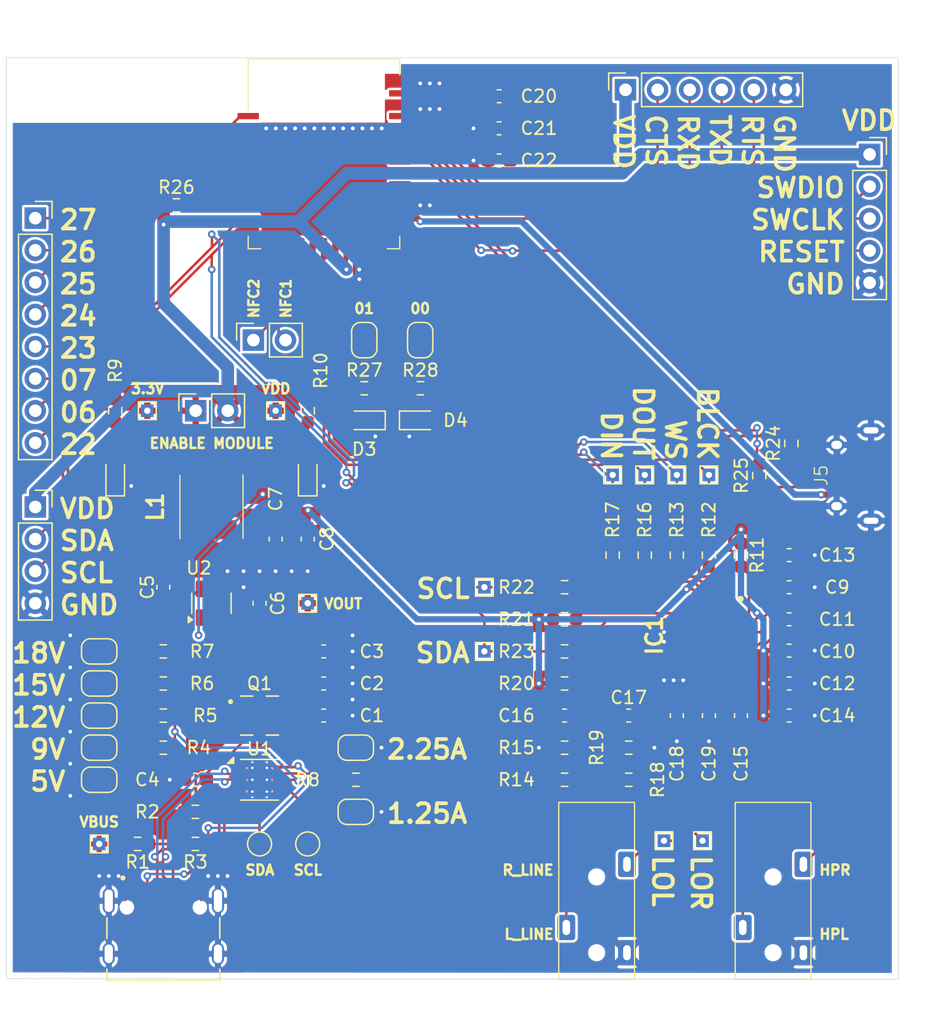
<source format=kicad_pcb>
(kicad_pcb (version 20241229) (generator "pcbnew") (generator_version "9.0")
  (layers (0 "F.Cu" signal) (2 "B.Cu" signal) (13 "F.Paste" user) (15 "B.Paste" user) (5 "F.SilkS" user "F.Silkscreen") (7 "B.SilkS" user "B.Silkscreen") (1 "F.Mask" user) (3 "B.Mask" user) (25 "Edge.Cuts" user))
  (net 0 "")
  (net 1 "GND")
  (net 2 "/codec/AVDD")
  (net 3 "HPL")
  (net 4 "/power/VOUT")
  (net 5 "HPR")
  (net 6 "/power/BST")
  (net 7 "/power/SW")
  (net 8 "+3.3V")
  (net 9 "/codec/I2S2_DI")
  (net 10 "R_LINE2")
  (net 11 "/codec/I2S2_CLK")
  (net 12 "/codec/I2S2_DO")
  (net 13 "/codec/I2S2_WS")
  (net 14 "/power/D+")
  (net 15 "/power/D-")
  (net 16 "/power/CC1")
  (net 17 "/power/CC2")
  (net 18 "/power/VSET")
  (net 19 "/power/ISET")
  (net 20 "P0.15{slash}I2S_DOUT")
  (net 21 "P0.14{slash}I2S_BCLK")
  (net 22 "P0.13{slash}I2S_DIN")
  (net 23 "P0.16{slash}I2S_WS")
  (net 24 "P1.03{slash}I2C_SCL")
  (net 25 "P1.02{slash}I2C_SDA")
  (net 26 "/power/SCL")
  (net 27 "/power/SDA")
  (net 28 "VBUS")
  (net 29 "VDD")
  (net 30 "SWDIO")
  (net 31 "SWDCLK")
  (net 32 "RESET")
  (net 33 "P1.01")
  (net 34 "P1.00")
  (net 35 "P0.23")
  (net 36 "P1.10{slash}UART_CTS")
  (net 37 "P0.26")
  (net 38 "P0.27")
  (net 39 "P0.06")
  (net 40 "P1.09{slash}UART_TXD")
  (net 41 "P0.03{slash}NFC2")
  (net 42 "/module/MOD_D+")
  (net 43 "P0.24")
  (net 44 "P0.02{slash}NFC1")
  (net 45 "+5V")
  (net 46 "P1.08{slash}UART_RXD")
  (net 47 "P0.22")
  (net 48 "P1.1{slash}UART_RTS")
  (net 49 "P0.25")
  (net 50 "P0.07")
  (net 51 "/module/MOD_D-")
  (net 52 "/module/USB_D+")
  (net 53 "/module/USB_D-")
  (net 54 "L_LINE2")
  (net 55 "Net-(U1-VIN)")
  (net 56 "Net-(IC1-DVDD)")
  (net 57 "Net-(IC1-HPR)")
  (net 58 "Net-(IC1-~{RESET})")
  (net 59 "Net-(IC1-HPL)")
  (net 60 "Net-(C16-Pad1)")
  (net 61 "Net-(C17-Pad1)")
  (net 62 "Net-(IC1-REF)")
  (net 63 "Net-(U3-RF)")
  (net 64 "Net-(AE1-A)")
  (net 65 "Net-(D1-A)")
  (net 66 "Net-(D2-A)")
  (net 67 "Net-(D3-A)")
  (net 68 "Net-(D4-A)")
  (net 75 "Net-(IC1-LOL)")
  (net 77 "Net-(IC1-LOR)")
  (net 79 "Net-(IC1-SCL{slash}~{SS})")
  (net 80 "Net-(IC1-SDA{slash}MOSI)")
  (net 84 "Net-(J3-PadS)")
  (net 85 "Net-(J3-PadT)")
  (net 87 "Net-(JP2-A)")
  (net 88 "Net-(JP3-A)")
  (net 89 "Net-(JP4-A)")
  (net 90 "Net-(JP6-A)")
  (net 91 "Net-(JP7-A)")
  (net 92 "Net-(JP8-A)")
  (net 93 "Net-(JP9-A)")
  (net 94 "Net-(Q1-Pad4)")
  (net 95 "Net-(U1-GATE)")
  (net 96 "Net-(U3-NC)")
  (footprint "Capacitor_SMD:C_0603_1608Metric_Pad1.08x0.95mm_HandSolder" (layer "F.Cu") (at 153.67 95.25)
    (property "Reference" "C9")
    (property "Value" "10uF")
  )
  (footprint "Capacitor_SMD:C_0603_1608Metric_Pad1.08x0.95mm_HandSolder" (layer "F.Cu") (at 116.82 100.33 180)
    (property "Reference" "C3")
    (property "Value" "4.7uF")
  )
  (footprint "Capacitor_SMD:C_0603_1608Metric_Pad1.08x0.95mm_HandSolder" (layer "F.Cu") (at 116.82 105.41 180)
    (property "Reference" "C1")
    (property "Value" "4.7uF")
  )
  (footprint "Package_TO_SOT_SMD:TSOT-23-6" (layer "F.Cu") (at 107.93 96.52 90)
    (property "Reference" "U2")
    (property "Value" "AP63203WU-7")
  )
  (footprint "TestPoint:TestPoint_THTPad_1.0x1.0mm_Drill0.5mm" (layer "F.Cu") (at 147.32 86.36 -90)
    (property "Reference" "TP7")
    (property "Value" "BLCK")
  )
  (footprint "Capacitor_SMD:C_0603_1608Metric_Pad1.08x0.95mm_HandSolder" (layer "F.Cu") (at 104.12 95.25 -90)
    (property "Reference" "C5")
    (property "Value" "0.1uF")
  )
  (footprint "Jumper:SolderJumper-2_P1.3mm_Open_RoundedPad1.0x1.5mm" (layer "F.Cu") (at 99.04 102.87 180)
    (property "Reference" "JP4")
    (property "Value" "15V")
  )
  (footprint "LED_SMD:LED_0603_1608Metric_Pad1.05x0.95mm_HandSolder" (layer "F.Cu") (at 115.55 86.36 90)
    (property "Reference" "D2")
    (property "Value" "VDD")
  )
  (footprint "Resistor_SMD:R_0603_1608Metric_Pad0.98x0.95mm_HandSolder" (layer "F.Cu") (at 104.12 105.41 180)
    (property "Reference" "R5")
    (property "Value" "10K")
  )
  (footprint "Jumper:SolderJumper-2_P1.3mm_Open_RoundedPad1.0x1.5mm" (layer "F.Cu") (at 99.04 110.49 180)
    (property "Reference" "JP1")
    (property "Value" "5V")
  )
  (footprint "Resistor_SMD:R_0603_1608Metric_Pad0.98x0.95mm_HandSolder" (layer "F.Cu") (at 135.89 100.33)
    (property "Reference" "R23")
    (property "Value" "33R")
  )
  (footprint "Resistor_SMD:R_0603_1608Metric_Pad0.98x0.95mm_HandSolder" (layer "F.Cu") (at 147.32 92.71 -90)
    (property "Reference" "R12")
    (property "Value" "0R")
  )
  (footprint "Resistor_SMD:R_0603_1608Metric_Pad0.98x0.95mm_HandSolder" (layer "F.Cu") (at 106.66 115.57 180)
    (property "Reference" "R3")
    (property "Value" "5.1K")
  )
  (footprint "TLV320AIC3204IRHBR:QFN50P500X500X100-33N-D" (layer "F.Cu") (at 147.32 99.06 -90)
    (property "Reference" "IC1")
    (property "Value" "TLV320AIC3204IRHBR" (hide yes))
  )
  (footprint "AONR21307:AONR21307" (layer "F.Cu") (at 111.74 105.41)
    (property "Reference" "Q1")
    (property "Value" "AONR21307")
  )
  (footprint "Resistor_SMD:R_0603_1608Metric_Pad0.98x0.95mm_HandSolder" (layer "F.Cu") (at 135.89 110.49 180)
    (property "Reference" "R14")
    (property "Value" "10K")
  )
  (footprint "Capacitor_SMD:C_0603_1608Metric_Pad1.08x0.95mm_HandSolder" (layer "F.Cu") (at 153.67 105.41)
    (property "Reference" "C14")
    (property "Value" "100nF")
  )
  (footprint "Capacitor_SMD:C_0603_1608Metric_Pad1.08x0.95mm_HandSolder" (layer "F.Cu") (at 116.82 102.87 180)
    (property "Reference" "C2")
    (property "Value" "4.7uF")
  )
  (footprint "TestPoint:TestPoint_THTPad_1.0x1.0mm_Drill0.5mm" (layer "F.Cu") (at 129.54 95.25 -90)
    (property "Reference" "TP13")
    (property "Value" "SCL")
  )
  (footprint "Capacitor_SMD:C_0603_1608Metric_Pad1.08x0.95mm_HandSolder" (layer "F.Cu") (at 135.89 105.41 180)
    (property "Reference" "C16")
    (property "Value" "4.7uF")
  )
  (footprint "Capacitor_SMD:C_0603_1608Metric_Pad1.08x0.95mm_HandSolder" (layer "F.Cu") (at 113.01 91.44 90)
    (property "Reference" "C7")
    (property "Value" "22uF")
  )
  (footprint "TestPoint:TestPoint_THTPad_1.0x1.0mm_Drill0.5mm" (layer "F.Cu") (at 129.54 100.33 -90)
    (property "Reference" "TP14")
    (property "Value" "SDA")
  )
  (footprint "LED_SMD:LED_0603_1608Metric_Pad1.05x0.95mm_HandSolder" (layer "F.Cu") (at 120.03 82.042 180)
    (property "Reference" "D3")
    (property "Value" "LED1")
  )
  (footprint "Jumper:SolderJumper-2_P1.3mm_Bridged2Bar_RoundedPad1.0x1.5mm" (layer "F.Cu") (at 124.46 75.692 90)
    (property "Reference" "JP9")
    (property "Value" "LED2_S")
  )
  (footprint "TestPoint:TestPoint_THTPad_1.0x1.0mm_Drill0.5mm" (layer "F.Cu") (at 142.24 86.36 -90)
    (property "Reference" "TP9")
    (property "Value" "DOUT")
  )
  (footprint "XKB_PJ-3200:XKB_PJ-3200" (layer "F.Cu") (at 154.8 126.28 90)
    (property "Reference" "J4")
    (property "Value" "LINE OUT")
  )
  (footprint "Resistor_SMD:R_0603_1608Metric_Pad0.98x0.95mm_HandSolder" (layer "F.Cu") (at 140.97 107.95)
    (property "Reference" "R19")
    (property "Value" "4.7K")
  )
  (footprint "Resistor_SMD:R_0603_1608Metric_Pad0.98x0.95mm_HandSolder" (layer "F.Cu") (at 120.03 79.502)
    (property "Reference" "R27")
    (property "Value" "1K")
  )
  (footprint "VLS5045EX-100M:VLS5045EX330M" (layer "F.Cu") (at 107.93 88.9 90)
    (property "Reference" "L1")
    (property "Value" "10uH" (hide yes))
  )
  (footprint "Resistor_SMD:R_0603_1608Metric_Pad0.98x0.95mm_HandSolder" (layer "F.Cu") (at 102.088 115.57 180)
    (property "Reference" "R1")
    (property "Value" "49.9K")
  )
  (footprint "Resistor_SMD:R_0603_1608Metric_Pad0.98x0.95mm_HandSolder" (layer "F.Cu") (at 104.12 102.87 180)
    (property "Reference" "R6")
    (property "Value" "14K")
  )
  (footprint "Resistor_SMD:R_0603_1608Metric_Pad0.98x0.95mm_HandSolder" (layer "F.Cu") (at 119.36 110.49 180)
    (property "Reference" "R8")
    (property "Value" "14K")
  )
  (footprint "Capacitor_SMD:C_0603_1608Metric_Pad1.08x0.95mm_HandSolder" (layer "F.Cu") (at 140.97 105.41)
    (property "Reference" "C17")
    (property "Value" "4.7uF")
  )
  (footprint "TestPoint:TestPoint_THTPad_1.0x1.0mm_Drill0.5mm" (layer "F.Cu") (at 143.764 115.316 -90)
    (property "Reference" "TP12")
    (property "Value" "LOL")
  )
  (footprint "Resistor_SMD:R_0603_1608Metric_Pad0.98x0.95mm_HandSolder" (layer "F.Cu") (at 100.31 81.28 90)
    (property "Reference" "R9")
    (property "Value" "1K")
  )
  (footprint "SHOUHAN_TYPE-C_16PIN_2MD__073:SHOUHAN_TYPE-C_16PIN_2MD__073" (layer "F.Cu") (at 104.12 123.19)
    (property "Reference" "J1")
    (property "Value" "USB_C_Receptacle_USB2.0_16P")
  )
  (footprint "TestPoint:TestPoint_Pad_D1.5mm" (layer "F.Cu") (at 111.74 115.57 180)
    (property "Reference" "TP3")
    (property "Value" "SDA")
  )
  (footprint "Jumper:SolderJumper-2_P1.3mm_Open_RoundedPad1.0x1.5mm" (layer "F.Cu") (at 119.36 107.95)
    (property "Reference" "JP7")
    (property "Value" "2.25A")
  )
  (footprint "Capacitor_SMD:C_0603_1608Metric_Pad1.08x0.95mm_HandSolder" (layer "F.Cu") (at 153.67 92.71 180)
    (property "Reference" "C13")
    (property "Value" "220nF")
  )
  (footprint "KH-MICRO5P-JN:KH-MICRO5P-JN" (layer "F.Cu") (at 157.48 86.41 90)
    (property "Reference" "J5")
    (property "Value" "USB_B_Micro")
  )
  (footprint "Resistor_SMD:R_0603_1608Metric_Pad0.98x0.95mm_HandSolder" (layer "F.Cu") (at 135.89 107.95 180)
    (property "Reference" "R15")
    (property "Value" "4.7K")
  )
  (footprint "Capacitor_SMD:C_0603_1608Metric_Pad1.08x0.95mm_HandSolder" (layer "F.Cu") (at 153.67 102.87)
    (property "Reference" "C12")
    (property "Value" "1uF")
  )
  (footprint "TestPoint:TestPoint_Pad_D1.5mm" (layer "F.Cu") (at 115.55 115.57 180)
    (property "Reference" "TP2")
    (property "Value" "SCL")
  )
  (footprint "LED_SMD:LED_0603_1608Metric_Pad1.05x0.95mm_HandSolder" (layer "F.Cu") (at 100.31 86.36 90)
    (property "Reference" "D1")
    (property "Value" "3.3V")
  )
  (footprint "Capacitor_SMD:C_0603_1608Metric_Pad1.08x0.95mm_HandSolder" (layer "F.Cu") (at 130.7095 61.468)
    (property "Reference" "C22")
    (property "Value" "NC")
  )
  (footprint "Capacitor_SMD:C_0603_1608Metric_Pad1.08x0.95mm_HandSolder" (layer "F.Cu") (at 111.74 96.52 -90)
    (property "Reference" "C6")
    (property "Value" "4.7uF")
  )
  (footprint "TestPoint:TestPoint_THTPad_1.0x1.0mm_Drill0.5mm" (layer "F.Cu") (at 144.78 86.36 -90)
    (property "Reference" "TP8")
    (property "Value" "WS")
  )
  (footprint "Capacitor_SMD:C_0603_1608Metric_Pad1.08x0.95mm_HandSolder" (layer "F.Cu") (at 144.78 105.41 -90)
    (property "Reference" "C18")
    (property "Value" "10uF")
  )
  (footprint "Connector_PinSocket_2.54mm:PinSocket_1x05_P2.54mm_Vertical" (layer "F.Cu") (at 160.045 60.99)
    (property "Reference" "J6")
    (property "Value" "UPDATE")
  )
  (footprint "Capacitor_SMD:C_0603_1608Metric_Pad1.08x0.95mm_HandSolder" (layer "F.Cu") (at 130.7095 56.388)
    (property "Reference" "C20")
    (property "Value" "NC")
  )
  (footprint "TestPoint:TestPoint_THTPad_1.0x1.0mm_Drill0.5mm" (layer "F.Cu") (at 99.04 115.57 180)
    (property "Reference" "TP1")
    (property "Value" "VBUS")
  )
  (footprint "Resistor_SMD:R_0603_1608Metric_Pad0.98x0.95mm_HandSolder" (layer "F.Cu") (at 139.7 92.71 -90)
    (property "Reference" "R17")
    (property "Value" "0R")
  )
  (footprint "Resistor_SMD:R_0603_1608Metric_Pad0.98x0.95mm_HandSolder" (layer "F.Cu") (at 142.24 92.71 -90)
    (property "Reference" "R16")
    (property "Value" "0R")
  )
  (footprint "Capacitor_SMD:C_0603_1608Metric_Pad1.08x0.95mm_HandSolder" (layer "F.Cu") (at 115.55 91.44 90)
    (property "Reference" "C8")
    (property "Value" "22uF")
  )
  (footprint "Resistor_SMD:R_0603_1608Metric_Pad0.98x0.95mm_HandSolder" (layer "F.Cu") (at 149.86 92.71 90)
    (property "Reference" "R11")
    (property "Value" "220K")
  )
  (footprint "Connector_PinSocket_2.54mm:PinSocket_1x08_P2.54mm_Vertical" (layer "F.Cu") (at 93.98 66.04)
    (property "Reference" "J10")
    (property "Value" "PIO")
  )
  (footprint "Resistor_SMD:R_0603_1608Metric_Pad0.98x0.95mm_HandSolder" (layer "F.Cu") (at 106.66 113.03 180)
    (property "Reference" "R2")
    (property "Value" "10R")
  )
  (footprint "TestPoint:TestPoint_THTPad_1.0x1.0mm_Drill0.5mm" (layer "F.Cu") (at 113.01 81.28 90)
    (property "Reference" "TP6")
    (property "Value" "VDD")
  )
  (footprint "Capacitor_SMD:C_0603_1608Metric_Pad1.08x0.95mm_HandSolder" (layer "F.Cu") (at 130.7095 58.928)
    (property "Reference" "C21")
    (property "Value" "NC")
  )
  (footprint "Resistor_SMD:R_0603_1608Metric_Pad0.98x0.95mm_HandSolder" (layer "F.Cu") (at 144.78 92.71 -90)
    (property "Reference" "R13")
    (property "Value" "0R")
  )
  (footprint "Jumper:SolderJumper-2_P1.3mm_Open_RoundedPad1.0x1.5mm" (layer "F.Cu") (at 99.04 107.95 180)
    (property "Reference" "JP2")
    (property "Value" "9V")
  )
  (footprint "TestPoint:TestPoint_THTPad_1.0x1.0mm_Drill0.5mm" (layer "F.Cu") (at 115.55 96.52 90)
    (property "Reference" "TP4")
    (property "Value" "VOUT")
  )
  (footprint "Resistor_SMD:R_0603_1608Metric_Pad0.98x0.95mm_HandSolder" (layer "F.Cu") (at 105.156 65.024)
    (property "Reference" "R26")
    (property "Value" "0R")
  )
  (footprint "XKB_PJ-3200:XKB_PJ-3200" (layer "F.Cu") (at 140.83 126.28 90)
    (property "Reference" "J3")
    (property "Value" "LINE IN")
  )
  (footprint "Jumper:SolderJumper-2_P1.3mm_Open_RoundedPad1.0x1.5mm" (layer "F.Cu") (at 99.04 100.33 180)
    (property "Reference" "JP6")
    (property "Value" "18V")
  )
  (footprint "Resistor_SMD:R_0603_1608Metric_Pad0.98x0.95mm_HandSolder" (layer "F.Cu") (at 151.31 86.41 90)
    (property "Reference" "R25")
    (property "Value" "22R")
  )
  (footprint "Connector_PinSocket_2.54mm:PinSocket_1x06_P2.54mm_Vertical" (layer "F.Cu") (at 140.716 55.88 90)
    (property "Reference" "J7")
    (property "Value" "UART")
  )
  (footprint "Resistor_SMD:R_0603_1608Metric_Pad0.98x0.95mm_HandSolder" (layer "F.Cu") (at 124.475 79.502)
    (property "Reference" "R28")
    (property "Value" "1K")
  )
  (footprint "Resistor_SMD:R_0603_1608Metric_Pad0.98x0.95mm_HandSolder" (layer "F.Cu") (at 115.55 81.28 90)
    (property "Reference" "R10")
    (property "Value" "1K")
  )
  (footprint "Capacitor_SMD:C_0603_1608Metric_Pad1.08x0.95mm_HandSolder" (layer "F.Cu") (at 149.86 105.41 -90)
    (property "Reference" "C15")
    (property "Value" "4.7uF")
  )
  (footprint "TestPoint:TestPoint_THTPad_1.0x1.0mm_Drill0.5mm" (layer "F.Cu") (at 102.85 81.28 90)
    (property "Reference" "TP5")
    (property "Value" "3.3V")
  )
  (footprint "Resistor_SMD:R_0603_1608Metric_Pad0.98x0.95mm_HandSolder" (layer "F.Cu") (at 135.89 97.79)
    (property "Reference" "R21")
    (property "Value" "4.7K")
  )
  (footprint "Resistor_SMD:R_0603_1608Metric_Pad0.98x0.95mm_HandSolder" (layer "F.Cu") (at 140.97 110.49)
    (property "Reference" "R18")
    (property "Value" "10K")
  )
  (footprint "Connector_PinSocket_2.54mm:PinSocket_1x04_P2.54mm_Vertical" (layer "F.Cu") (at 93.98 88.9)
    (property "Reference" "J8")
    (property "Value" "I2C")
  )
  (footprint "Connector_PinSocket_2.54mm:PinSocket_1x02_P2.54mm_Vertical" (layer "F.Cu") (at 106.68 81.28 90)
    (property "Reference" "J2")
    (property "Value" "J")
  )
  (footprint "Jumper:SolderJumper-2_P1.3mm_Bridged2Bar_RoundedPad1.0x1.5mm" (layer "F.Cu") (at 120.03 75.692 90)
    (property "Reference" "JP8")
    (property "Value" "LED1_S")
  )
  (footprint "Capacitor_SMD:C_0603_1608Metric_Pad1.08x0.95mm_HandSolder" (layer "F.Cu") (at 106.66 110.49)
    (property "Reference" "C4")
    (property "Value" "1uF/50V")
  )
  (footprint "Package_DFN_QFN:DFN-10-1EP_3x3mm_P0.5mm_EP1.65x2.38mm_ThermalVias" (layer "F.Cu") (at 111.74 110.49)
    (property "Reference" "U1")
    (property "Value" "HUSB238_002DD")
  )
  (footprint "LED_SMD:LED_0603_1608Metric_Pad1.05x0.95mm_HandSolder" (layer "F.Cu") (at 124.475 82.042)
    (property "Reference" "D4")
    (property "Value" "LED2")
  )
  (footprint "Resistor_SMD:R_0603_1608Metric_Pad0.98x0.95mm_HandSolder" (layer "F.Cu") (at 153.85 83.87 90)
    (property "Reference" "R24")
    (property "Value" "22R")
  )
  (footprint "Jumper:SolderJumper-2_P1.3mm_Open_RoundedPad1.0x1.5mm" (layer "F.Cu") (at 119.36 113.03)
    (property "Reference" "JP5")
    (property "Value" "1.25A")
  )
  (footprint "Jumper:SolderJumper-2_P1.3mm_Open_RoundedPad1.0x1.5mm" (layer "F.Cu") (at 99.04 105.41 180)
    (property "Reference" "JP3")
    (property "Value" "12V")
  )
  (footprint "TestPoint:TestPoint_THTPad_1.0x1.0mm_Drill0.5mm" (layer "F.Cu") (at 146.814 115.316 -90)
    (property "Reference" "TP10")
    (property "Value" "LOR")
  )
  (footprint "FSC-BT631D:FSC-BT631D" (layer "F.Cu") (at 116.84 60.96)
    (property "Reference" "U3")
    (property "Value" "~")
  )
  (footprint "Resistor_SMD:R_0603_1608Metric_Pad0.98x0.95mm_HandSolder" (layer "F.Cu") (at 135.89 95.25)
    (property "Reference" "R22")
    (property "Value" "33R")
  )
  (footprint "Resistor_SMD:R_0603_1608Metric_Pad0.98x0.95mm_HandSolder" (layer "F.Cu") (at 104.12 100.33 180)
    (property "Reference" "R7")
    (property "Value" "18K")
  )
  (footprint "Capacitor_SMD:C_0603_1608Metric_Pad1.08x0.95mm_HandSolder" (layer "F.Cu") (at 153.67 97.79)
    (property "Reference" "C11")
    (property "Value" "4.7uF")
  )
  (footprint "Resistor_SMD:R_0603_1608Metric_Pad0.98x0.95mm_HandSolder" (layer "F.Cu") (at 104.12 107.95 180)
    (property "Reference" "R4")
    (property "Value" "6K")
  )
  (footprint "Connector_PinSocket_2.54mm:PinSocket_1x02_P2.54mm_Vertical" (layer "F.Cu") (at 111.252 75.692 90)
    (property "Reference" "J9")
    (property "Value" "NFC")
  )
  (footprint "Capacitor_SMD:C_0603_1608Metric_Pad1.08x0.95mm_HandSolder" (layer "F.Cu") (at 147.32 105.41 -90)
    (property "Reference" "C19")
    (property "Value" "4.7uF")
  )
  (footprint "Capacitor_SMD:C_0603_1608Metric_Pad1.08x0.95mm_HandSolder" (layer "F.Cu") (at 153.67 100.27)
    (property "Reference" "C10")
    (property "Value" "10uF")
  )
  (footprint "TestPoint:TestPoint_THTPad_1.0x1.0mm_Drill0.5mm" (layer "F.Cu") (at 139.7 86.36 -90)
    (property "Reference" "TP11")
    (property "Value" "DIN")
  )
  (footprint "Resistor_SMD:R_0603_1608Metric_Pad0.98x0.95mm_HandSolder" (layer "F.Cu") (at 135.89 102.87)
    (property "Reference" "R20")
    (property "Value" "4.7K")
  )
  (gr_poly (pts (xy 91.694 53.34) (xy 162.306 53.34) (xy 162.306 126.282251) (xy 91.694 126.238)) (stroke (width 0.05)) (fill no) (layer "Edge.Cuts"))
  (gr_text "22" (at 95.758 84.836 0) (layer "F.SilkS") (effects (font (size 1.5 1.5) (thickness 0.3) (bold yes)) (justify left bottom)))
  (gr_text "ENABLE MODULE" (at 107.95 84.328 0) (layer "F.SilkS") (effects (font (size 0.8 0.8) (thickness 0.2) (bold yes)) (justify bottom)))
  (gr_text "L_LINE" (at 135.128 123.19 0) (layer "F.SilkS") (effects (font (size 0.8 0.8) (thickness 0.2) (bold yes)) (justify right bottom)))
  (gr_text "GND" (at 152.4 57.658 270) (layer "F.SilkS") (effects (font (size 1.5 1.5) (thickness 0.3) (bold yes)) (justify left bottom)))
  (gr_text "SCL" (at 95.758 94.996 0) (layer "F.SilkS") (effects (font (size 1.5 1.5) (thickness 0.3) (bold yes)) (justify left bottom)))
  (gr_text "23" (at 95.758 77.216 0) (layer "F.SilkS") (effects (font (size 1.5 1.5) (thickness 0.3) (bold yes)) (justify left bottom)))
  (gr_text "VDD" (at 95.758 89.916 0) (layer "F.SilkS") (effects (font (size 1.5 1.5) (thickness 0.3) (bold yes)) (justify left bottom)))
  (gr_text "RTS" (at 149.86 57.658 270) (layer "F.SilkS") (effects (font (size 1.5 1.5) (thickness 0.3) (bold yes)) (justify left bottom)))
  (gr_text "12V" (at 96.52 106.426 0) (layer "F.SilkS") (effects (font (size 1.5 1.5) (thickness 0.3) (bold yes)) (justify right bottom)))
  (gr_text "WS" (at 143.78 85.36 270) (layer "F.SilkS") (effects (font (size 1.5 1.5) (thickness 0.3) (bold yes)) (justify right bottom)))
  (gr_text "VDD" (at 113.03 80.01 0) (layer "F.SilkS") (effects (font (size 0.8 0.8) (thickness 0.2) (bold yes)) (justify bottom)))
  (gr_text "SDA" (at 95.758 92.456 0) (layer "F.SilkS") (effects (font (size 1.5 1.5) (thickness 0.3) (bold yes)) (justify left bottom)))
  (gr_text "DIN" (at 138.7 85.36 270) (layer "F.SilkS") (effects (font (size 1.5 1.5) (thickness 0.3) (bold yes)) (justify right bottom)))
  (gr_text "01" (at 120.03 73.66 0) (layer "F.SilkS") (effects (font (size 0.8 0.8) (thickness 0.2) (bold yes)) (justify bottom)))
  (gr_text "SDA" (at 128.54 101.33 0) (layer "F.SilkS") (effects (font (size 1.5 1.5) (thickness 0.3) (bold yes)) (justify right bottom)))
  (gr_text "1.25A" (at 121.666 114.046 0) (layer "F.SilkS") (effects (font (size 1.5 1.5) (thickness 0.3) (bold yes)) (justify left bottom)))
  (gr_text "3.3V" (at 102.87 80.01 0) (layer "F.SilkS") (effects (font (size 0.8 0.8) (thickness 0.2) (bold yes)) (justify bottom)))
  (gr_text "15V" (at 96.52 103.886 0) (layer "F.SilkS") (effects (font (size 1.5 1.5) (thickness 0.3) (bold yes)) (justify right bottom)))
  (gr_text "18V" (at 96.52 101.346 0) (layer "F.SilkS") (effects (font (size 1.5 1.5) (thickness 0.3) (bold yes)) (justify right bottom)))
  (gr_text "GND" (at 158.242 72.136 0) (layer "F.SilkS") (effects (font (size 1.5 1.5) (thickness 0.3) (bold yes)) (justify right bottom)))
  (gr_text "HPR" (at 155.956 118.11 0) (layer "F.SilkS") (effects (font (size 0.8 0.8) (thickness 0.2) (bold yes)) (justify left bottom)))
  (gr_text "26" (at 95.758 69.596 0) (layer "F.SilkS") (effects (font (size 1.5 1.5) (thickness 0.3) (bold yes)) (justify left bottom)))
  (gr_text "SDA" (at 111.76 118.11 0) (layer "F.SilkS") (effects (font (size 0.8 0.8) (thickness 0.2) (bold yes)) (justify bottom)))
  (gr_text "LOR" (at 145.814 116.316 270) (layer "F.SilkS") (effects (font (size 1.5 1.5) (thickness 0.3) (bold yes)) (justify left bottom)))
  (gr_text "GND" (at 95.758 97.536 0) (layer "F.SilkS") (effects (font (size 1.5 1.5) (thickness 0.3) (bold yes)) (justify left bottom)))
  (gr_text "SCL" (at 128.54 96.25 0) (layer "F.SilkS") (effects (font (size 1.5 1.5) (thickness 0.3) (bold yes)) (justify right bottom)))
  (gr_text "VOUT" (at 118.364 97.028 0) (layer "F.SilkS") (effects (font (size 0.8 0.8) (thickness 0.2) (bold yes)) (justify bottom)))
  (gr_text "NFC1" (at 114.3 72.39 90) (layer "F.SilkS") (effects (font (size 0.8 0.8) (thickness 0.2) (bold yes)) (justify bottom)))
  (gr_text "2.25A" (at 121.666 108.966 0) (layer "F.SilkS") (effects (font (size 1.5 1.5) (thickness 0.3) (bold yes)) (justify left bottom)))
  (gr_text "06" (at 95.758 82.296 0) (layer "F.SilkS") (effects (font (size 1.5 1.5) (thickness 0.3) (bold yes)) (justify left bottom)))
  (gr_text "SWCLK" (at 158.242 67.056 0) (layer "F.SilkS") (effects (font (size 1.5 1.5) (thickness 0.3) (bold yes)) (justify right bottom)))
  (gr_text "24" (at 95.758 74.676 0) (layer "F.SilkS") (effects (font (size 1.5 1.5) (thickness 0.3) (bold yes)) (justify left bottom)))
  (gr_text "TXD" (at 147.32 57.658 270) (layer "F.SilkS") (effects (font (size 1.5 1.5) (thickness 0.3) (bold yes)) (justify left bottom)))
  (gr_text "HPL" (at 155.956 123.19 0) (layer "F.SilkS") (effects (font (size 0.8 0.8) (thickness 0.2) (bold yes)) (justify left bottom)))
  (gr_text "SWDIO" (at 158.242 64.516 0) (layer "F.SilkS") (effects (font (size 1.5 1.5) (thickness 0.3) (bold yes)) (justify right bottom)))
  (gr_text "9V" (at 96.52 108.966 0) (layer "F.SilkS") (effects (font (size 1.5 1.5) (thickness 0.3) (bold yes)) (justify right bottom)))
  (gr_text "VBUS" (at 99.04 114.3 0) (layer "F.SilkS") (effects (font (size 0.8 0.8) (thickness 0.2) (bold yes)) (justify bottom)))
  (gr_text "SCL" (at 115.57 118.11 0) (layer "F.SilkS") (effects (font (size 0.8 0.8) (thickness 0.2) (bold yes)) (justify bottom)))
  (gr_text "00" (at 124.46 73.66 0) (layer "F.SilkS") (effects (font (size 0.8 0.8) (thickness 0.2) (bold yes)) (justify bottom)))
  (gr_text "RXD" (at 144.78 57.658 270) (layer "F.SilkS") (effects (font (size 1.5 1.5) (thickness 0.3) (bold yes)) (justify left bottom)))
  (gr_text "5V" (at 96.52 111.506 0) (layer "F.SilkS") (effects (font (size 1.5 1.5) (thickness 0.3) (bold yes)) (justify right bottom)))
  (gr_text "VDD" (at 139.7 57.658 270) (layer "F.SilkS") (effects (font (size 1.5 1.5) (thickness 0.3) (bold yes)) (justify left bottom)))
  (gr_text "CTS" (at 142.24 57.658 270) (layer "F.SilkS") (effects (font (size 1.5 1.5) (thickness 0.3) (bold yes)) (justify left bottom)))
  (gr_text "NFC2" (at 111.76 72.39 90) (layer "F.SilkS") (effects (font (size 0.8 0.8) (thickness 0.2) (bold yes)) (justify bottom)))
  (gr_text "R_LINE" (at 135.128 118.11 0) (layer "F.SilkS") (effects (font (size 0.8 0.8) (thickness 0.2) (bold yes)) (justify right bottom)))
  (gr_text "RESET" (at 158.242 69.596 0) (layer "F.SilkS") (effects (font (size 1.5 1.5) (thickness 0.3) (bold yes)) (justify right bottom)))
  (gr_text "DOUT" (at 141.24 85.36 270) (layer "F.SilkS") (effects (font (size 1.5 1.5) (thickness 0.3) (bold yes)) (justify right bottom)))
  (gr_text "LOL" (at 142.764 116.316 270) (layer "F.SilkS") (effects (font (size 1.5 1.5) (thickness 0.3) (bold yes)) (justify left bottom)))
  (gr_text "BLCK" (at 146.32 85.36 270) (layer "F.SilkS") (effects (font (size 1.5 1.5) (thickness 0.3) (bold yes)) (justify right bottom)))
  (gr_text "25" (at 95.758 72.136 0) (layer "F.SilkS") (effects (font (size 1.5 1.5) (thickness 0.3) (bold yes)) (justify left bottom)))
  (gr_text "VDD" (at 160.02 59.19 0) (layer "F.SilkS") (effects (font (size 1.5 1.5) (thickness 0.3) (bold yes)) (justify bottom)))
  (gr_text "07" (at 95.758 79.756 0) (layer "F.SilkS") (effects (font (size 1.5 1.5) (thickness 0.3) (bold yes)) (justify left bottom)))
  (gr_text "27" (at 95.758 67.056 0) (layer "F.SilkS") (effects (font (size 1.5 1.5) (thickness 0.3) (bold yes)) (justify left bottom)))
  (segment (start 147.32 99.06) (end 147.07 98.81) (width 0.2) (layer "F.Cu") (net 1))
  (segment (start 145.57 101.51) (end 145.596 101.484) (width 0.2) (layer "F.Cu") (net 1))
  (segment (start 100.92 118.46) (end 100.57 118.11) (width 0.2) (layer "F.Cu") (net 1))
  (segment (start 149.77 99.31) (end 147.57 99.31) (width 0.2) (layer "F.Cu") (net 1))
  (segment (start 100.92 119.515) (end 100.92 118.46) (width 0.2) (layer "F.Cu") (net 1))
  (segment (start 145.596 100.784) (end 147.32 99.06) (width 0.2) (layer "F.Cu") (net 1))
  (segment (start 105.7975 110.49) (end 104.628 110.49) (width 0.2) (layer "F.Cu") (net 1))
  (segment (start 107.32 118.46) (end 107.67 118.11) (width 0.2) (layer "F.Cu") (net 1))
  (segment (start 143.768 98.81) (end 143.764 98.806) (width 0.2) (layer "F.Cu") (net 1))
  (segment (start 157.48 84.035) (end 157.43 83.985) (width 0.5) (layer "F.Cu") (net 1))
  (segment (start 157.48 85.11) (end 157.48 84.035) (width 0.5) (layer "F.Cu") (net 1))
  (segment (start 107.32 119.515) (end 107.32 118.46) (width 0.2) (layer "F.Cu") (net 1))
  (segment (start 144.87 98.81) (end 143.768 98.81) (width 0.2) (layer "F.Cu") (net 1))
  (segment (start 145.596 101.484) (end 145.596 100.784) (width 0.2) (layer "F.Cu") (net 1))
  (segment (start 147.57 99.31) (end 147.32 99.06) (width 0.2) (layer "F.Cu") (net 1))
  (segment (start 146.07 96.61) (end 146.07 97.81) (width 0.2) (layer "F.Cu") (net 1))
  (segment (start 147.07 98.81) (end 144.87 98.81) (width 0.2) (layer "F.Cu") (net 1))
  (segment (start 146.07 97.81) (end 147.32 99.06) (width 0.2) (layer "F.Cu") (net 1))
  (via (at 124.46 57.404) (size 0.6) (drill 0.3) (layers "F.Cu" "B.Cu") (net 1))
  (via (at 119.106 104.14) (size 0.6) (drill 0.3) (layers "F.Cu" "B.Cu") (net 1))
  (via (at 145.288 102.616) (size 0.6) (drill 0.3) (layers "F.Cu" "B.Cu") (net 1))
  (via (at 113.01 93.98) (size 0.6) (drill 0.3) (layers "F.Cu" "B.Cu") (net 1))
  (via (at 96.754 101.6) (size 0.6) (drill 0.3) (layers "F.Cu" "B.Cu") (net 1))
  (via (at 119.106 100.33) (size 0.6) (drill 0.3) (layers "F.Cu" "B.Cu") (net 1))
  (via (at 119.634 70.104) (size 0.6) (drill 0.3) (layers "F.Cu" "B.Cu") (net 1))
  (via (at 119.126 58.928) (size 0.6) (drill 0.3) (layers "F.Cu" "B.Cu") (net 1))
  (via (at 115.313 58.928) (size 0.6) (drill 0.3) (layers "F.Cu" "B.Cu") (net 1))
  (via (at 125.222 57.404) (size 0.6) (drill 0.3) (layers "F.Cu" "B.Cu") (net 1))
  (via (at 96.754 111.76) (size 0.6) (drill 0.3) (layers "F.Cu" "B.Cu") (net 1))
  (via (at 119.885 58.928) (size 0.6) (drill 0.3) (layers "F.Cu" "B.Cu") (net 1))
  (via (at 143.002 107.95) (size 0.6) (drill 0.3) (layers "F.Cu" "B.Cu") (net 1))
  (via (at 115.55 93.98) (size 0.6) (drill 0.3) (layers "F.Cu" "B.Cu") (net 1))
  (via (at 116.82 87.235) (size 0.6) (drill 0.3) (layers "F.Cu" "B.Cu") (net 1))
  (via (at 143.764 98.806) (size 0.6) (drill 0.3) (layers "F.Cu" "B.Cu") (net 1))
  (via (at 155.702 105.41) (size 0.6) (drill 0.3) (layers "F.Cu" "B.Cu") (net 1))
  (via (at 125.222 55.372) (size 0.6) (drill 0.3) (layers "F.Cu" "B.Cu") (net 1))
  (via (at 110.47 93.98) (size 0.6) (drill 0.3) (layers "F.Cu" "B.Cu") (net 1))
  (via (at 116.078 58.928) (size 0.6) (drill 0.3) (layers "F.Cu" "B.Cu") (net 1))
  (via (at 112.265 58.928) (size 0.6) (drill 0.3) (layers "F.Cu" "B.Cu") (net 1))
  (via (at 143.764 102.616) (size 0.6) (drill 0.3) (layers "F.Cu" "B.Cu") (net 1))
  (via (at 121.392 113.03) (size 0.6) (drill 0.3) (layers "F.Cu" "B.Cu") (net 1))
  (via (at 124.46 65.024) (size 0.6) (drill 0.3) (layers "F.Cu" "B.Cu") (net 1))
  (via (at 114.554 58.928) (size 0.6) (drill 0.3) (layers "F.Cu" "B.Cu") (net 1))
  (via (at 128.6775 61.468) (size 0.6) (drill 0.3) (layers "F.Cu" "B.Cu") (net 1))
  (via (at 101.58 87.235) (size 0.6) (drill 0.3) (layers "F.Cu" "B.Cu") (net 1))
  (via (at 120.905 83.312) (size 0.6) (drill 0.3) (layers "F.Cu" "B.Cu") (net 1))
  (via (at 113.789 58.928) (size 0.6) (drill 0.3) (layers "F.Cu" "B.Cu") (net 1))
  (via (at 119.106 102.87) (size 0.6) (drill 0.3) (layers "F.Cu" "B.Cu") (net 1))
  (via (at 117.602 58.928) (size 0.6) (drill 0.3) (layers "F.Cu" "B.Cu") (net 1))
  (via (at 111.74 93.98) (size 0.6) (drill 0.3) (layers "F.Cu" "B.Cu") (net 1))
  (via (at 99.802 118.11) (size 0.6) (drill 0.3) (layers "F.Cu" "B.Cu") (net 1))
  (via (at 109.2 118.11) (size 0.6) (drill 0.3) (layers "F.Cu" "B.Cu") (net 1))
  (via (at 144.526 102.616) (size 0.6) (drill 0.3) (layers "F.Cu" "B.Cu") (net 1))
  (via (at 96.754 106.68) (size 0.6) (drill 0.3) (layers "F.Cu" "B.Cu") (net 1))
  (via (at 96.754 109.22) (size 0.6) (drill 0.3) (layers "F.Cu" "B.Cu") (net 1))
  (via (at 108.438 118.11) (size 0.6) (drill 0.3) (layers "F.Cu" "B.Cu") (net 1))
  (via (at 104.628 110.49) (size 0.6) (drill 0.3) (layers "F.Cu" "B.Cu") (net 1))
  (via (at 155.702 102.87) (size 0.6) (drill 0.3) (layers "F.Cu" "B.Cu") (net 1))
  (via (at 107.67 118.11) (size 0.6) (drill 0.3) (layers "F.Cu" "B.Cu") (net 1))
  (via (at 155.702 92.71) (size 0.6) (drill 0.3) (layers "F.Cu" "B.Cu") (net 1))
  (via (at 119.106 99.06) (size 0.6) (drill 0.3) (layers "F.Cu" "B.Cu") (net 1))
  (via (at 144.78 107.442) (size 0.6) (drill 0.3) (layers "F.Cu" "B.Cu") (net 1))
  (via (at 110.47 95.25) (size 0.6) (drill 0.3) (layers "F.Cu" "B.Cu") (net 1))
  (via (at 121.392 107.95) (size 0.6) (drill 0.3) (layers "F.Cu" "B.Cu") (net 1))
  (via (at 125.984 57.404) (size 0.6) (drill 0.3) (layers "F.Cu" "B.Cu") (net 1))
  (via (at 99.04 118.11) (size 0.6) (drill 0.3) (layers "F.Cu" "B.Cu") (net 1))
  (via (at 118.361 58.928) (size 0.6) (drill 0.3) (layers "F.Cu" "B.Cu") (net 1))
  (via (at 155.702 100.27) (size 0.6) (drill 0.3) (layers "F.Cu" "B.Cu") (net 1))
  (via (at 119.106 101.6) (size 0.6) (drill 0.3) (layers "F.Cu" "B.Cu") (net 1))
  (via (at 155.702 95.25) (size 0.6) (drill 0.3) (layers "F.Cu" "B.Cu") (net 1))
  (via (at 125.222 65.024) (size 0.6) (drill 0.3) (layers "F.Cu" "B.Cu") (net 1))
  (via (at 147.32 107.442) (size 0.6) (drill 0.3) (layers "F.Cu" "B.Cu") (net 1))
  (via (at 120.65 58.928) (size 0.6) (drill 0.3) (layers "F.Cu" "B.Cu") (net 1))
  (via (at 125.984 55.372) (size 0.6) (drill 0.3) (layers "F.Cu" "B.Cu") (net 1))
  (via (at 119.634 70.866) (size 0.6) (drill 0.3) (layers "F.Cu" "B.Cu") (net 1))
  (via (at 133.858 107.95) (size 0.6) (drill 0.3) (layers "F.Cu" "B.Cu") (net 1))
  (via (at 113.03 58.928) (size 0.6) (drill 0.3) (layers "F.Cu" "B.Cu") (net 1))
  (via (at 109.2 93.98) (size 0.6) (drill 0.3) (layers "F.Cu" "B.Cu") (net 1))
  (via (at 119.106 105.41) (size 0.6) (drill 0.3) (layers "F.Cu" "B.Cu") (net 1))
  (via (at 123.6 83.312) (size 0.6) (drill 0.3) (layers "F.Cu" "B.Cu") (net 1))
  (via (at 143.764 99.568) (size 0.6) (drill 0.3) (layers "F.Cu" "B.Cu") (net 1))
  (via (at 128.6775 58.928) (size 0.6) (drill 0.3) (layers "F.Cu" "B.Cu") (net 1))
  (via (at 116.837 58.928) (size 0.6) (drill 0.3) (layers "F.Cu" "B.Cu") (net 1))
  (via (at 114.28 93.98) (size 0.6) (drill 0.3) (layers "F.Cu" "B.Cu") (net 1))
  (via (at 96.754 104.14) (size 0.6) (drill 0.3) (layers "F.Cu" "B.Cu") (net 1))
  (via (at 124.46 55.372) (size 0.6) (drill 0.3) (layers "F.Cu" "B.Cu") (net 1))
  (via (at 96.754 99.06) (size 0.6) (drill 0.3) (layers "F.Cu" "B.Cu") (net 1))
  (via (at 100.57 118.11) (size 0.6) (drill 0.3) (layers "F.Cu" "B.Cu") (net 1))
  (via (at 121.412 58.928) (size 0.6) (drill 0.3) (layers "F.Cu" "B.Cu") (net 1))
  (segment (start 149.07 101.51) (end 149.07 102.7975) (width 0.2) (layer "F.Cu") (net 2))
  (segment (start 149.07 102.7975) (end 147.32 104.5475) (width 0.2) (layer "F.Cu") (net 2))
  (segment (start 150 106.4125) (end 149.86 106.2725) (width 0.2) (layer "F.Cu") (net 3))
  (segment (start 150 122.18) (end 150 106.4125) (width 0.2) (layer "F.Cu") (net 3))
  (segment (start 107.93 97.6575) (end 108.88 97.6575) (width 0.2) (layer "F.Cu") (net 4))
  (segment (start 154.5325 97.79) (end 156.303 99.5605) (width 0.2) (layer "F.Cu") (net 5))
  (segment (start 156.303 115.677) (end 154.8 117.18) (width 0.2) (layer "F.Cu") (net 5))
  (segment (start 156.303 99.5605) (end 156.303 115.677) (width 0.2) (layer "F.Cu") (net 5))
  (segment (start 106.98 95.3825) (end 106.25 96.1125) (width 0.2) (layer "F.Cu") (net 6))
  (segment (start 106.25 96.1125) (end 104.12 96.1125) (width 0.2) (layer "F.Cu") (net 6))
  (segment (start 149.77 98.31) (end 150.5141 98.31) (width 0.2) (layer "F.Cu") (net 8))
  (segment (start 150.5141 98.31) (end 151.13 97.6941) (width 0.2) (layer "F.Cu") (net 8))
  (segment (start 146.57 95.933) (end 146.049 95.412) (width 0.2) (layer "F.Cu") (net 8))
  (segment (start 146.049 95.412) (end 145.542 95.412) (width 0.2) (layer "F.Cu") (net 8))
  (segment (start 146.57 96.61) (end 146.57 95.933) (width 0.2) (layer "F.Cu") (net 8))
  (segment (start 106.914 97.7235) (end 106.98 97.6575) (width 0.2) (layer "F.Cu") (net 8))
  (segment (start 151.598 100.31) (end 151.638 100.27) (width 0.2) (layer "F.Cu") (net 8))
  (segment (start 151.13 97.6941) (end 151.13 97.282) (width 0.2) (layer "F.Cu") (net 8))
  (segment (start 106.914 99.06) (end 106.914 97.7235) (width 0.2) (layer "F.Cu") (net 8))
  (segment (start 149.77 100.31) (end 151.598 100.31) (width 0.2) (layer "F.Cu") (net 8))
  (via (at 151.638 100.27) (size 0.6) (drill 0.3) (layers "F.Cu" "B.Cu") (net 8))
  (via (at 133.858 97.79) (size 0.6) (drill 0.3) (layers "F.Cu" "B.Cu") (net 8))
  (via (at 151.13 97.282) (size 0.6) (drill 0.3) (layers "F.Cu" "B.Cu") (net 8))
  (via (at 151.638 102.87) (size 0.6) (drill 0.3) (layers "F.Cu" "B.Cu") (net 8))
  (via (at 149.86 90.678) (size 0.6) (drill 0.3) (layers "F.Cu" "B.Cu") (net 8))
  (via (at 106.914 99.06) (size 0.6) (drill 0.3) (layers "F.Cu" "B.Cu") (net 8))
  (via (at 145.542 95.412) (size 0.6) (drill 0.3) (layers "F.Cu" "B.Cu") (net 8))
  (via (at 111.994 87.884) (size 0.6) (drill 0.3) (layers "F.Cu" "B.Cu") (net 8))
  (via (at 133.858 102.87) (size 0.6) (drill 0.3) (layers "F.Cu" "B.Cu") (net 8))
  (via (at 151.638 105.41) (size 0.6) (drill 0.3) (layers "F.Cu" "B.Cu") (net 8))
  (via (at 115.57 89.154) (size 0.6) (drill 0.3) (layers "F.Cu" "B.Cu") (net 8))
  (segment (start 133.858 97.79) (end 143.164 97.79) (width 0.5) (layer "B.Cu") (net 8))
  (segment (start 149.86 90.678) (end 149.86 91.094) (width 0.5) (layer "B.Cu") (net 8))
  (segment (start 106.914 92.964) (end 106.914 99.06) (width 0.2) (layer "B.Cu") (net 8))
  (segment (start 149.86 90.678) (end 149.86 96.012) (width 0.5) (layer "B.Cu") (net 8))
  (segment (start 133.858 97.79) (end 124.206 97.79) (width 0.5) (layer "B.Cu") (net 8))
  (segment (start 149.86 91.094) (end 145.542 95.412) (width 0.5) (layer "B.Cu") (net 8))
  (segment (start 151.638 105.41) (end 151.638 97.79) (width 0.5) (layer "B.Cu") (net 8))
  (segment (start 151.638 97.79) (end 151.13 97.282) (width 0.5) (layer "B.Cu") (net 8))
  (segment (start 111.994 87.884) (end 106.914 92.964) (width 0.2) (layer "B.Cu") (net 8))
  (segment (start 124.206 97.79) (end 115.57 89.154) (width 0.5) (layer "B.Cu") (net 8))
  (segment (start 133.858 102.87) (end 133.858 97.79) (width 0.5) (layer "B.Cu") (net 8))
  (segment (start 149.86 96.012) (end 151.13 97.282) (width 0.5) (layer "B.Cu") (net 8))
  (segment (start 143.164 97.79) (end 145.542 95.412) (width 0.5) (layer "B.Cu") (net 8))
  (segment (start 146.520666 95.213) (end 146.119666 94.812) (width 0.2) (layer "F.Cu") (net 9))
  (segment (start 146.119666 94.812) (end 140.8895 94.812) (width 0.2) (layer "F.Cu") (net 9))
  (segment (start 147.07 95.213) (end 146.520666 95.213) (width 0.2) (layer "F.Cu") (net 9))
  (segment (start 140.8895 94.812) (end 139.7 93.6225) (width 0.2) (layer "F.Cu") (net 9))
  (segment (start 147.07 96.61) (end 147.07 95.213) (width 0.2) (layer "F.Cu") (net 9))
  (segment (start 141.8325 103.697557) (end 141.8325 105.41) (width 0.2) (layer "F.Cu") (net 10))
  (segment (start 144.720057 100.81) (end 141.8325 103.697557) (width 0.2) (layer "F.Cu") (net 10))
  (segment (start 144.87 100.81) (end 144.720057 100.81) (width 0.2) (layer "F.Cu") (net 10))
  (segment (start 148.57 96.61) (end 148.57 94.8725) (width 0.2) (layer "F.Cu") (net 11))
  (segment (start 148.57 94.8725) (end 147.32 93.6225) (width 0.2) (layer "F.Cu") (net 11))
  (segment (start 147.57 95.0067) (end 147.3753 94.812) (width 0.2) (layer "F.Cu") (net 12))
  (segment (start 146.285766 94.411) (end 143.0285 94.411) (width 0.2) (layer "F.Cu") (net 12))
  (segment (start 146.686766 94.812) (end 146.285766 94.411) (width 0.2) (layer "F.Cu") (net 12))
  (segment (start 143.0285 94.411) (end 142.24 93.6225) (width 0.2) (layer "F.Cu") (net 12))
  (segment (start 147.57 96.61) (end 147.57 95.0067) (width 0.2) (layer "F.Cu") (net 12))
  (segment (start 147.3753 94.812) (end 146.686766 94.812) (width 0.2) (layer "F.Cu") (net 12))
  (segment (start 148.07 94.9396) (end 147.5414 94.411) (width 0.2) (layer "F.Cu") (net 13))
  (segment (start 146.852866 94.411) (end 146.544 94.102134) (width 0.2) (layer "F.Cu") (net 13))
  (segment (start 148.07 96.61) (end 148.07 94.9396) (width 0.2) (layer "F.Cu") (net 13))
  (segment (start 146.544 93.6225) (end 144.78 93.6225) (width 0.2) (layer "F.Cu") (net 13))
  (segment (start 146.544 94.102134) (end 146.544 93.6225) (width 0.2) (layer "F.Cu") (net 13))
  (segment (start 147.5414 94.411) (end 146.852866 94.411) (width 0.2) (layer "F.Cu") (net 13))
  (segment (start 104.892 117.277203) (end 104.892 116.337057) (width 0.2) (layer "F.Cu") (net 14))
  (segment (start 110.29 109.99) (end 110.265001 110.014999) (width 0.2) (layer "F.Cu") (net 14))
  (segment (start 103.87 118.693) (end 103.87 119.515) (width 0.2) (layer "F.Cu") (net 14))
  (segment (start 104.892 118.107039) (end 104.892 117.277203) (width 0.2) (layer "F.Cu") (net 14))
  (segment (start 110.265001 110.014999) (end 109.184999 110.014999) (width 0.2) (layer "F.Cu") (net 14))
  (segment (start 104.892 116.337057) (end 104.539943 115.985) (width 0.2) (layer "F.Cu") (net 14))
  (segment (start 103.641 116.786) (end 103.641 118.464) (width 0.2) (layer "F.Cu") (net 14))
  (segment (start 103.641 118.464) (end 103.87 118.693) (width 0.2) (layer "F.Cu") (net 14))
  (segment (start 109.184999 110.014999) (end 108.985 109.815) (width 0.2) (layer "F.Cu") (net 14))
  (segment (start 104.892 119.493) (end 104.892 118.107039) (width 0.2) (layer "F.Cu") (net 14))
  (segment (start 104.87 119.515) (end 104.892 119.493) (width 0.2) (layer "F.Cu") (net 14))
  (segment (start 104.042 115.985) (end 103.441 116.586) (width 0.2) (layer "F.Cu") (net 14))
  (segment (start 103.441 116.586) (end 103.641 116.786) (width 0.2) (layer "F.Cu") (net 14))
  (segment (start 104.539943 115.985) (end 104.042 115.985) (width 0.2) (layer "F.Cu") (net 14))
  (via (at 108.985 109.815) (size 0.6) (drill 0.3) (layers "F.Cu" "B.Cu") (net 14))
  (via (at 103.441 116.586) (size 0.6) (drill 0.3) (layers "F.Cu" "B.Cu") (net 14))
  (segment (start 107.070803 110.014999) (end 103.640999 113.444803) (width 0.2) (layer "B.Cu") (net 14))
  (segment (start 108.785001 110.014999) (end 107.070803 110.014999) (width 0.2) (layer "B.Cu") (net 14))
  (segment (start 103.640999 113.444803) (end 103.640999 116.386001) (width 0.2) (layer "B.Cu") (net 14))
  (segment (start 108.985 109.815) (end 108.785001 110.014999) (width 0.2) (layer "B.Cu") (net 14))
  (segment (start 103.640999 116.386001) (end 103.441 116.586) (width 0.2) (layer "B.Cu") (net 14))
  (segment (start 103.37 119.515) (end 103.37 120.285) (width 0.2) (layer "F.Cu") (net 15))
  (segment (start 104.291 116.586) (end 104.091 116.786) (width 0.2) (layer "F.Cu") (net 15))
  (segment (start 104.321 120.386) (end 104.37 120.337) (width 0.2) (layer "F.Cu") (net 15))
  (segment (start 104.37 120.337) (end 104.37 119.515) (width 0.2) (layer "F.Cu") (net 15))
  (segment (start 103.471 120.386) (end 103.622376 120.386) (width 0.2) (layer "F.Cu") (net 15))
  (segment (start 103.731565 120.386) (end 104.321 120.386) (width 0.2) (layer "F.Cu") (net 15))
  (segment (start 103.622376 120.386) (end 103.731565 120.386) (width 0.2) (layer "F.Cu") (net 15))
  (segment (start 109.184999 110.465001) (end 108.985 110.665) (width 0.2) (layer "F.Cu") (net 15))
  (segment (start 104.37 118.389) (end 104.37 119.515) (width 0.2) (layer "F.Cu") (net 15))
  (segment (start 104.091 118.11) (end 104.37 118.389) (width 0.2) (layer "F.Cu") (net 15))
  (segment (start 110.29 110.49) (end 110.265001 110.465001) (width 0.2) (layer "F.Cu") (net 15))
  (segment (start 104.091 116.786) (end 104.091 118.11) (width 0.2) (layer "F.Cu") (net 15))
  (segment (start 110.265001 110.465001) (end 109.184999 110.465001) (width 0.2) (layer "F.Cu") (net 15))
  (segment (start 103.37 120.285) (end 103.471 120.386) (width 0.2) (layer "F.Cu") (net 15))
  (via (at 108.985 110.665) (size 0.6) (drill 0.3) (layers "F.Cu" "B.Cu") (net 15))
  (via (at 104.291 116.586) (size 0.6) (drill 0.3) (layers "F.Cu" "B.Cu") (net 15))
  (segment (start 104.091001 116.386001) (end 104.291 116.586) (width 0.2) (layer "B.Cu") (net 15))
  (segment (start 104.091001 113.631197) (end 104.091001 116.386001) (width 0.2) (layer "B.Cu") (net 15))
  (segment (start 108.785001 110.465001) (end 107.257197 110.465001) (width 0.2) (layer "B.Cu") (net 15))
  (segment (start 108.985 110.665) (end 108.785001 110.465001) (width 0.2) (layer "B.Cu") (net 15))
  (segment (start 107.257197 110.465001) (end 104.091001 113.631197) (width 0.2) (layer "B.Cu") (net 15))
  (segment (start 102.85 119.495) (end 102.87 119.515) (width 0.2) (layer "F.Cu") (net 16))
  (segment (start 110.29 110.99) (end 109.716 110.99) (width 0.2) (layer "F.Cu") (net 16))
  (segment (start 108.545 116.225) (end 108.331 116.439) (width 0.2) (layer "F.Cu") (net 16))
  (segment (start 106.041211 117.954689) (end 105.759782 117.954689) (width 0.2) (layer "F.Cu") (net 16))
  (segment (start 108.545 115.824) (end 108.545 116.225) (width 0.2) (layer "F.Cu") (net 16))
  (segment (start 102.85 118.11) (end 102.85 119.495) (width 0.2) (layer "F.Cu") (net 16))
  (segment (start 109.716 110.99) (end 108.545 112.161) (width 0.2) (layer "F.Cu") (net 16))
  (segment (start 108.545 112.161) (end 108.545 115.824) (width 0.2) (layer "F.Cu") (net 16))
  (segment (start 106.90795 117.08795) (end 106.041211 117.954689) (width 0.2) (layer "F.Cu") (net 16))
  (segment (start 108.331 116.439) (end 107.5569 116.439) (width 0.2) (layer "F.Cu") (net 16))
  (segment (start 107.5569 116.439) (end 106.90795 117.08795) (width 0.2) (layer "F.Cu") (net 16))
  (via (at 102.85 118.11) (size 0.6) (drill 0.3) (layers "F.Cu" "B.Cu") (net 16))
  (via (at 105.759782 117.954689) (size 0.6) (drill 0.3) (layers "F.Cu" "B.Cu") (net 16))
  (segment (start 105.759782 117.954689) (end 103.005311 117.954689) (width 0.2) (layer "B.Cu") (net 16))
  (segment (start 103.005311 117.954689) (end 102.85 118.11) (width 0.2) (layer "B.Cu") (net 16))
  (segment (start 110.29 111.49) (end 108.946 112.834) (width 0.2) (layer "F.Cu") (net 17))
  (segment (start 107.723 116.84) (end 105.87 118.693) (width 0.2) (layer "F.Cu") (net 17))
  (segment (start 108.946 116.3911) (end 108.4971 116.84) (width 0.2) (layer "F.Cu") (net 17))
  (segment (start 108.946 112.834) (end 108.946 116.3911) (width 0.2) (layer "F.Cu") (net 17))
  (segment (start 105.87 118.693) (end 105.87 119.515) (width 0.2) (layer "F.Cu") (net 17))
  (segment (start 108.4971 116.84) (end 107.723 116.84) (width 0.2) (layer "F.Cu") (net 17))
  (segment (start 113.19 110.49) (end 114.688 110.49) (width 0.2) (layer "F.Cu") (net 18))
  (segment (start 105.0325 107.95) (end 105.0325 100.33) (width 0.2) (layer "F.Cu") (net 18))
  (segment (start 114.688 110.49) (end 114.788 110.59) (width 0.2) (layer "F.Cu") (net 18))
  (segment (start 104.463134 107.95) (end 105.0325 107.95) (width 0.2) (layer "F.Cu") (net 18))
  (segment (start 101.923134 110.49) (end 104.463134 107.95) (width 0.2) (layer "F.Cu") (net 18))
  (segment (start 99.69 110.49) (end 101.923134 110.49) (width 0.2) (layer "F.Cu") (net 18))
  (via (at 114.788 110.59) (size 0.6) (drill 0.3) (layers "F.Cu" "B.Cu") (net 18))
  (via (at 105.0325 106.68) (size 0.6) (drill 0.3) (layers "F.Cu" "B.Cu") (net 18))
  (segment (start 106.3025 107.95) (end 112.148 107.95) (width 0.2) (layer "B.Cu") (net 18))
  (segment (start 105.0325 106.68) (end 106.3025 107.95) (width 0.2) (layer "B.Cu") (net 18))
  (segment (start 112.148 107.95) (end 114.788 110.59) (width 0.2) (layer "B.Cu") (net 18))
  (segment (start 115.67 109.99) (end 118.71 113.03) (width 0.2) (layer "F.Cu") (net 19))
  (segment (start 113.19 109.99) (end 115.67 109.99) (width 0.2) (layer "F.Cu") (net 19))
  (segment (start 118.71 112.0525) (end 120.2725 110.49) (width 0.2) (layer "F.Cu") (net 19))
  (segment (start 118.71 113.03) (end 118.71 112.0525) (width 0.2) (layer "F.Cu") (net 19))
  (segment (start 142.24 91.7975) (end 142.24 86.36) (width 0.2) (layer "F.Cu") (net 20))
  (segment (start 116.84 75.968866) (end 116.84 83.82) (width 0.2) (layer "F.Cu") (net 20))
  (segment (start 114.14 68.46) (end 114.14 73.268866) (width 0.2) (layer "F.Cu") (net 20))
  (segment (start 114.14 73.268866) (end 116.84 75.968866) (width 0.2) (layer "F.Cu") (net 20))
  (segment (start 141.439 85.559) (end 142.24 86.36) (width 0.2) (layer "F.Cu") (net 20))
  (segment (start 116.84 83.82) (end 118.579 85.559) (width 0.2) (layer "F.Cu") (net 20))
  (segment (start 118.579 85.559) (end 141.439 85.559) (width 0.2) (layer "F.Cu") (net 20))
  (segment (start 146.118 85.158) (end 147.32 86.36) (width 0.2) (layer "F.Cu") (net 21))
  (segment (start 115.04 73.601766) (end 117.241 75.802766) (width 0.2) (layer "F.Cu") (net 21))
  (segment (start 147.32 91.7975) (end 147.32 86.36) (width 0.2) (layer "F.Cu") (net 21))
  (segment (start 117.241 75.802766) (end 117.241 83.6539) (width 0.2) (layer "F.Cu") (net 21))
  (segment (start 117.241 83.6539) (end 118.7451 85.158) (width 0.2) (layer "F.Cu") (net 21))
  (segment (start 118.7451 85.158) (end 146.118 85.158) (width 0.2) (layer "F.Cu") (net 21))
  (segment (start 115.04 68.46) (end 115.04 73.601766) (width 0.2) (layer "F.Cu") (net 21))
  (segment (start 117.642 83.4878) (end 118.9112 84.757) (width 0.2) (layer "F.Cu") (net 22))
  (segment (start 139.7 91.7975) (end 139.7 86.36) (width 0.2) (layer "F.Cu") (net 22))
  (segment (start 115.94 68.46) (end 115.94 73.934666) (width 0.2) (layer "F.Cu") (net 22))
  (segment (start 137.215 84.757) (end 137.414 84.558) (width 0.2) (layer "F.Cu") (net 22))
  (segment (start 115.94 73.934666) (end 117.642 75.636666) (width 0.2) (layer "F.Cu") (net 22))
  (segment (start 118.9112 84.757) (end 137.215 84.757) (width 0.2) (layer "F.Cu") (net 22))
  (segment (start 117.642 75.636666) (end 117.642 83.4878) (width 0.2) (layer "F.Cu") (net 22))
  (via (at 137.414 84.558) (size 0.6) (drill 0.3) (layers "F.Cu" "B.Cu") (net 22))
  (segment (start 139.216 86.36) (end 139.7 86.36) (width 0.2) (layer "B.Cu") (net 22))
  (segment (start 137.414 84.558) (end 139.216 86.36) (width 0.2) (layer "B.Cu") (net 22))
  (segment (start 116.84 68.46) (end 116.84 74.267566) (width 0.2) (layer "F.Cu") (net 23))
  (segment (start 118.043 83.3217) (end 119.0773 84.356) (width 0.2) (layer "F.Cu") (net 23))
  (segment (start 116.84 74.267566) (end 118.043 75.470566) (width 0.2) (layer "F.Cu") (net 23))
  (segment (start 137.250003 83.757997) (end 136.652 84.356) (width 0.2) (layer "F.Cu") (net 23))
  (segment (start 137.414 83.757997) (end 137.250003 83.757997) (width 0.2) (layer "F.Cu") (net 23))
  (segment (start 118.043 75.470566) (end 118.043 83.3217) (width 0.2) (layer "F.Cu") (net 23))
  (segment (start 144.78 91.7975) (end 144.78 86.36) (width 0.2) (layer "F.Cu") (net 23))
  (segment (start 119.0773 84.356) (end 136.652 84.356) (width 0.2) (layer "F.Cu") (net 23))
  (via (at 137.414 83.757997) (size 0.6) (drill 0.3) (layers "F.Cu" "B.Cu") (net 23))
  (segment (start 142.177997 83.757997) (end 144.78 86.36) (width 0.2) (layer "B.Cu") (net 23))
  (segment (start 137.414 83.757997) (end 142.177997 83.757997) (width 0.2) (layer "B.Cu") (net 23))
  (segment (start 96.950638 80.010662) (end 96.56955 80.39175) (width 0.2) (layer "F.Cu") (net 24))
  (segment (start 129.54 95.25) (end 134.9775 95.25) (width 0.2) (layer "F.Cu") (net 24))
  (segment (start 109.923276 66.96) (end 108.253638 68.629638) (width 0.2) (layer "F.Cu") (net 24))
  (segment (start 109.923276 66.96) (end 110.84 66.96) (width 0.2) (layer "F.Cu") (net 24))
  (segment (start 127.709 95.25) (end 118.618 86.159) (width 0.2) (layer "F.Cu") (net 24))
  (segment (start 96.950638 79.932638) (end 96.950638 80.010662) (width 0.2) (layer "F.Cu") (net 24))
  (segment (start 129.54 95.25) (end 127.709 95.25) (width 0.2) (layer "F.Cu") (net 24))
  (segment (start 107.95 70.104) (end 107.95 68.933276) (width 0.2) (layer "F.Cu") (net 24))
  (segment (start 96.56955 80.39175) (end 96.56955 91.39045) (width 0.2) (layer "F.Cu") (net 24))
  (segment (start 108.253638 68.629638) (end 96.950638 79.932638) (width 0.2) (layer "F.Cu") (net 24))
  (segment (start 96.56955 91.39045) (end 93.98 93.98) (width 0.2) (layer "F.Cu") (net 24))
  (segment (start 107.95 68.933276) (end 108.253638 68.629638) (width 0.2) (layer "F.Cu") (net 24))
  (via (at 118.618 86.159) (size 0.6) (drill 0.3) (layers "F.Cu" "B.Cu") (net 24))
  (via (at 107.95 70.104) (size 0.6) (drill 0.3) (layers "F.Cu" "B.Cu") (net 24))
  (segment (start 112.76 79.502) (end 118.618 85.36) (width 0.2) (layer "B.Cu") (net 24))
  (segment (start 107.95 70.104) (end 107.95 75.438) (width 0.2) (layer "B.Cu") (net 24))
  (segment (start 112.014 79.502) (end 112.76 79.502) (width 0.2) (layer "B.Cu") (net 24))
  (segment (start 118.618 85.36) (end 118.618 86.159) (width 0.2) (layer "B.Cu") (net 24))
  (segment (start 107.95 75.438) (end 112.014 79.502) (width 0.2) (layer "B.Cu") (net 24))
  (segment (start 107.970088 67.330088) (end 107.970088 68.346088) (width 0.2) (layer "F.Cu") (net 25))
  (segment (start 129.54 100.33) (end 134.9775 100.33) (width 0.2) (layer "F.Cu") (net 25))
  (segment (start 110.256176 66.06) (end 110.84 66.06) (width 0.2) (layer "F.Cu") (net 25))
  (segment (start 93.98 91.44) (end 96.16855 89.25145) (width 0.2) (layer "F.Cu") (net 25))
  (segment (start 96.53045 79.785726) (end 107.970088 68.346088) (width 0.2) (layer "F.Cu") (net 25))
  (segment (start 107.970088 68.346088) (end 110.256176 66.06) (width 0.2) (layer "F.Cu") (net 25))
  (segment (start 96.53045 79.86375) (end 96.53045 79.785726) (width 0.2) (layer "F.Cu") (net 25))
  (segment (start 96.16855 89.25145) (end 96.16855 80.22565) (width 0.2) (layer "F.Cu") (net 25))
  (segment (start 107.95 67.31) (end 107.970088 67.330088) (width 0.2) (layer "F.Cu") (net 25))
  (segment (start 129.54 97.6481) (end 124.53095 92.63905) (width 0.2) (layer "F.Cu") (net 25))
  (segment (start 96.16855 80.22565) (end 96.53045 79.86375) (width 0.2) (layer "F.Cu") (net 25))
  (segment (start 129.54 100.33) (end 129.54 97.6481) (width 0.2) (layer "F.Cu") (net 25))
  (segment (start 118.875166 86.983266) (end 118.593737 86.983266) (width 0.2) (layer "F.Cu") (net 25))
  (segment (start 124.53095 92.63905) (end 118.875166 86.983266) (width 0.2) (layer "F.Cu") (net 25))
  (via (at 118.593737 86.983266) (size 0.6) (drill 0.3) (layers "F.Cu" "B.Cu") (net 25))
  (via (at 107.95 67.31) (size 0.6) (drill 0.3) (layers "F.Cu" "B.Cu") (net 25))
  (segment (start 119.219 85.3939) (end 118.51255 84.68745) (width 0.2) (layer "B.Cu") (net 25))
  (segment (start 108.551 75.4719) (end 108.551 67.911) (width 0.2) (layer "B.Cu") (net 25))
  (segment (start 118.51255 84.68745) (end 113.55955 79.73445) (width 0.2) (layer "B.Cu") (net 25))
  (segment (start 119.219 86.407943) (end 119.219 85.3939) (width 0.2) (layer "B.Cu") (net 25))
  (segment (start 118.643677 86.983266) (end 119.219 86.407943) (width 0.2) (layer "B.Cu") (net 25))
  (segment (start 113.55955 79.73445) (end 112.91655 79.09145) (width 0.2) (layer "B.Cu") (net 25))
  (segment (start 112.91655 79.09145) (end 112.17055 79.09145) (width 0.2) (layer "B.Cu") (net 25))
  (segment (start 118.593737 86.983266) (end 118.643677 86.983266) (width 0.2) (layer "B.Cu") (net 25))
  (segment (start 108.551 67.911) (end 107.95 67.31) (width 0.2) (layer "B.Cu") (net 25))
  (segment (start 112.17055 79.09145) (end 108.551 75.4719) (width 0.2) (layer "B.Cu") (net 25))
  (segment (start 113.764 110.99) (end 115.55 112.776) (width 0.2) (layer "F.Cu") (net 26))
  (segment (start 115.55 112.776) (end 115.55 115.57) (width 0.2) (layer "F.Cu") (net 26))
  (segment (start 113.19 110.99) (end 113.764 110.99) (width 0.2) (layer "F.Cu") (net 26))
  (segment (start 113.19 111.49) (end 111.74 112.94) (width 0.2) (layer "F.Cu") (net 27))
  (segment (start 111.74 112.94) (end 111.74 115.57) (width 0.2) (layer "F.Cu") (net 27))
  (segment (start 101.72 119.515) (end 101.72 120.0975) (width 0.2) (layer "F.Cu") (net 28))
  (segment (start 106.52 120.028) (end 106.52 119.515) (width 0.2) (layer "F.Cu") (net 28))
  (segment (start 105.761 120.787) (end 106.52 120.028) (width 0.2) (layer "F.Cu") (net 28))
  (segment (start 101.72 120.0975) (end 102.4095 120.787) (width 0.2) (layer "F.Cu") (net 28))
  (segment (start 102.4095 120.787) (end 105.761 120.787) (width 0.2) (layer "F.Cu") (net 28))
  (segment (start 118.64 70.082) (end 118.618 70.104) (width 0.2) (layer "F.Cu") (net 29))
  (segment (start 104.14 65.1275) (end 104.2435 65.024) (width 1) (layer "F.Cu") (net 29))
  (segment (start 104.14 66.548) (end 104.14 65.1275) (width 1) (layer "F.Cu") (net 29))
  (segment (start 118.64 68.46) (end 118.64 70.082) (width 0.2) (layer "F.Cu") (net 29))
  (via (at 118.618 70.104) (size 0.6) (drill 0.3) (layers "F.Cu" "B.Cu") (net 29))
  (via (at 104.14 66.548) (size 0.6) (drill 0.3) (layers "F.Cu" "B.Cu") (net 29))
  (segment (start 114.823 66.309) (end 118.648 62.484) (width 1) (layer "B.Cu") (net 29))
  (segment (start 114.823 66.309) (end 118.618 70.104) (width 1) (layer "B.Cu") (net 29))
  (segment (start 93.98 87.748) (end 93.98 88.9) (width 1) (layer "B.Cu") (net 29))
  (segment (start 141.956 60.99) (end 140.716 62.23) (width 1) (layer "B.Cu") (net 29))
  (segment (start 104.14 72.760786) (end 104.14 66.548) (width 1) (layer "B.Cu") (net 29))
  (segment (start 109.22 77.840786) (end 104.14 72.760786) (width 1) (layer "B.Cu") (net 29))
  (segment (start 108.231 79.729) (end 101.999 79.729) (width 1) (layer "B.Cu") (net 29))
  (segment (start 160.045 60.99) (end 141.956 60.99) (width 1) (layer "B.Cu") (net 29))
  (segment (start 109.22 80.718) (end 108.231 79.729) (width 1) (layer "B.Cu") (net 29))
  (segment (start 109.22 81.28) (end 109.22 77.840786) (width 1) (layer "B.Cu") (net 29))
  (segment (start 140.716 62.23) (end 140.716 55.88) (width 1) (layer "B.Cu") (net 29))
  (segment (start 109.22 81.28) (end 109.22 80.718) (width 1) (layer "B.Cu") (net 29))
  (segment (start 104.379 66.309) (end 114.823 66.309) (width 1) (layer "B.Cu") (net 29))
  (segment (start 118.648 62.484) (end 140.462 62.484) (width 1) (layer "B.Cu") (net 29))
  (segment (start 104.14 66.548) (end 104.379 66.309) (width 1) (layer "B.Cu") (net 29))
  (segment (start 101.999 79.729) (end 93.98 87.748) (width 1) (layer "B.Cu") (net 29))
  (segment (start 140.462 62.484) (end 140.716 62.23) (width 1) (layer "B.Cu") (net 29))
  (segment (start 129.2281 65.669) (end 157.906 65.669) (width 0.2) (layer "F.Cu") (net 30))
  (segment (start 157.906 65.669) (end 160.045 63.53) (width 0.2) (layer "F.Cu") (net 30))
  (segment (start 125.1191 61.56) (end 129.2281 65.669) (width 0.2) (layer "F.Cu") (net 30))
  (segment (start 122.84 61.56) (end 125.1191 61.56) (width 0.2) (layer "F.Cu") (net 30))
  (segment (start 125.452 62.46) (end 129.062 66.07) (width 0.2) (layer "F.Cu") (net 31))
  (segment (start 129.062 66.07) (end 160.045 66.07) (width 0.2) (layer "F.Cu") (net 31))
  (segment (start 122.84 62.46) (end 125.452 62.46) (width 0.2) (layer "F.Cu") (net 31))
  (segment (start 131.796 68.61) (end 160.045 68.61) (width 0.2) (layer "F.Cu") (net 32))
  (segment (start 122.84 66.96) (end 127.666 66.96) (width 0.2) (layer "F.Cu") (net 32))
  (segment (start 127.666 66.96) (end 129.286 68.58) (width 0.2) (layer "F.Cu") (net 32))
  (segment (start 131.774364 68.631636) (end 131.796 68.61) (width 0.2) (layer "F.Cu") (net 32))
  (via (at 131.774364 68.631636) (size 0.6) (drill 0.3) (layers "F.Cu" "B.Cu") (net 32))
  (via (at 129.286 68.58) (size 0.6) (drill 0.3) (layers "F.Cu" "B.Cu") (net 32))
  (segment (start 131.722728 68.58) (end 131.774364 68.631636) (width 0.2) (layer "B.Cu") (net 32))
  (segment (start 129.286 68.58) (end 131.722728 68.58) (width 0.2) (layer "B.Cu") (net 32))
  (segment (start 120.03 75.042) (end 120.44 74.632) (width 0.2) (layer "F.Cu") (net 33))
  (segment (start 120.44 74.632) (end 120.44 68.46) (width 0.2) (layer "F.Cu") (net 33))
  (segment (start 124.46 75.042) (end 121.34 71.922) (width 0.2) (layer "F.Cu") (net 34))
  (segment (start 121.34 71.922) (end 121.34 68.46) (width 0.2) (layer "F.Cu") (net 34))
  (segment (start 96.159 72.0481) (end 95.72404 72.48306) (width 0.2) (layer "F.Cu") (net 35))
  (segment (start 108.992001 60.562) (end 105.6722 60.562) (width 0.2) (layer "F.Cu") (net 35))
  (segment (start 109.990001 61.56) (end 108.992001 60.562) (width 0.2) (layer "F.Cu") (net 35))
  (segment (start 95.72404 75.65804) (end 95.182081 76.2) (width 0.2) (layer "F.Cu") (net 35))
  (segment (start 110.84 61.56) (end 109.990001 61.56) (width 0.2) (layer "F.Cu") (net 35))
  (segment (start 95.182081 76.2) (end 93.98 76.2) (width 0.2) (layer "F.Cu") (net 35))
  (segment (start 95.72404 72.48306) (end 95.72404 75.65804) (width 0.2) (layer "F.Cu") (net 35))
  (segment (start 96.159 70.0752) (end 96.159 72.0481) (width 0.2) (layer "F.Cu") (net 35))
  (segment (start 105.6722 60.562) (end 96.159 70.0752) (width 0.2) (layer "F.Cu") (net 35))
  (segment (start 122.84 57.96) (end 123.7875 57.96) (width 0.2) (layer "F.Cu") (net 36))
  (segment (start 143.256 63.811) (end 143.002 64.065) (width 0.2) (layer "F.Cu") (net 36))
  (segment (start 123.7875 57.96) (end 129.8925 64.065) (width 0.2) (layer "F.Cu") (net 36))
  (segment (start 129.8925 64.065) (end 143.002 64.065) (width 0.2) (layer "F.Cu") (net 36))
  (segment (start 143.256 55.88) (end 143.256 63.811) (width 0.2) (layer "F.Cu") (net 36))
  (segment (start 109.474 59.359) (end 105.1739 59.359) (width 0.2) (layer "F.Cu") (net 37))
  (segment (start 109.973 58.86) (end 109.474 59.359) (width 0.2) (layer "F.Cu") (net 37))
  (segment (start 95.9529 68.58) (end 93.98 68.58) (width 0.2) (layer "F.Cu") (net 37))
  (segment (start 105.1739 59.359) (end 95.9529 68.58) (width 0.2) (layer "F.Cu") (net 37))
  (segment (start 110.84 58.86) (end 109.973 58.86) (width 0.2) (layer "F.Cu") (net 37))
  (segment (start 109.22 58.958) (end 105.0078 58.958) (width 0.2) (layer "F.Cu") (net 38))
  (segment (start 110.84 57.96) (end 110.218 57.96) (width 0.2) (layer "F.Cu") (net 38))
  (segment (start 105.0078 58.958) (end 97.9258 66.04) (width 0.2) (layer "F.Cu") (net 38))
  (segment (start 110.218 57.96) (end 109.22 58.958) (width 0.2) (layer "F.Cu") (net 38))
  (segment (start 97.9258 66.04) (end 93.98 66.04) (width 0.2) (layer "F.Cu") (net 38))
  (segment (start 93.98 81.28) (end 95.72845 79.53155) (width 0.2) (layer "F.Cu") (net 39))
  (segment (start 95.72845 78.82865) (end 95.72845 79.248) (width 0.2) (layer "F.Cu") (net 39))
  (segment (start 96.961 70.4074) (end 96.961 72.3803) (width 0.2) (layer "F.Cu") (net 39))
  (segment (start 96.961 72.3803) (end 96.52604 72.81526) (width 0.2) (layer "F.Cu") (net 39))
  (segment (start 96.159 76.35728) (end 96.159 78.3981) (width 0.2) (layer "F.Cu") (net 39))
  (segment (start 96.52604 72.81526) (end 96.52604 75.99024) (width 0.2) (layer "F.Cu") (net 39))
  (segment (start 95.72845 79.53155) (end 95.72845 79.248) (width 0.2) (layer "F.Cu") (net 39))
  (segment (start 109.990001 63.36) (end 107.994001 61.364) (width 0.2) (layer "F.Cu") (net 39))
  (segment (start 107.994001 61.364) (end 106.0044 61.364) (width 0.2) (layer "F.Cu") (net 39))
  (segment (start 106.0044 61.364) (end 96.961 70.4074) (width 0.2) (layer "F.Cu") (net 39))
  (segment (start 96.52604 75.99024) (end 96.159 76.35728) (width 0.2) (layer "F.Cu") (net 39))
  (segment (start 96.159 78.3981) (end 95.72845 78.82865) (width 0.2) (layer "F.Cu") (net 39))
  (segment (start 110.84 63.36) (end 109.990001 63.36) (width 0.2) (layer "F.Cu") (net 39))
  (segment (start 147.223 64.867) (end 148.336 63.754) (width 0.2) (layer "F.Cu") (net 40))
  (segment (start 148.336 63.754) (end 148.336 55.88) (width 0.2) (layer "F.Cu") (net 40))
  (segment (start 122.84 59.76) (end 124.4533 59.76) (width 0.2) (layer "F.Cu") (net 40))
  (segment (start 124.4533 59.76) (end 129.5603 64.867) (width 0.2) (layer "F.Cu") (net 40))
  (segment (start 129.5603 64.867) (end 147.223 64.867) (width 0.2) (layer "F.Cu") (net 40))
  (segment (start 112.34 74.604) (end 111.252 75.692) (width 0.2) (layer "F.Cu") (net 41))
  (segment (start 112.34 68.46) (end 112.34 74.604) (width 0.2) (layer "F.Cu") (net 41))
  (segment (start 156.691484 86.559) (end 156.377985 86.872499) (width 0.2) (layer "F.Cu") (net 42))
  (segment (start 155.939999 86.872499) (end 153.85 84.7825) (width 0.2) (layer "F.Cu") (net 42))
  (segment (start 157.48 86.41) (end 157.331 86.559) (width 0.2) (layer "F.Cu") (net 42))
  (segment (start 157.331 86.559) (end 156.691484 86.559) (width 0.2) (layer "F.Cu") (net 42))
  (segment (start 156.377985 86.872499) (end 155.939999 86.872499) (width 0.2) (layer "F.Cu") (net 42))
  (segment (start 110.84 60.66) (end 109.973 60.66) (width 0.2) (layer "F.Cu") (net 43))
  (segment (start 109.474 60.161) (end 105.5061 60.161) (width 0.2) (layer "F.Cu") (net 43))
  (segment (start 105.5061 60.161) (end 95.758 69.9091) (width 0.2) (layer "F.Cu") (net 43))
  (segment (start 95.758 69.9091) (end 95.758 71.882) (width 0.2) (layer "F.Cu") (net 43))
  (segment (start 95.758 71.882) (end 93.98 73.66) (width 0.2) (layer "F.Cu") (net 43))
  (segment (start 109.973 60.66) (end 109.474 60.161) (width 0.2) (layer "F.Cu") (net 43))
  (segment (start 113.24 75.14) (end 113.792 75.692) (width 0.2) (layer "F.Cu") (net 44))
  (segment (start 113.24 68.46) (end 113.24 75.14) (width 0.2) (layer "F.Cu") (net 44))
  (segment (start 122.84 66.06) (end 124.226 66.06) (width 0.5) (layer "F.Cu") (net 45))
  (segment (start 156.862228 87.9225) (end 156.21 87.9225) (width 0.5) (layer "F.Cu") (net 45))
  (segment (start 157.074728 87.71) (end 156.862228 87.9225) (width 0.5) (layer "F.Cu") (net 45))
  (segment (start 124.226 66.06) (end 124.46 66.294) (width 0.5) (layer "F.Cu") (net 45))
  (segment (start 157.48 87.71) (end 157.074728 87.71) (width 0.5) (layer "F.Cu") (net 45))
  (via (at 156.21 87.9225) (size 0.6) (drill 0.3) (layers "F.Cu" "B.Cu") (net 45))
  (via (at 124.46 66.294) (size 0.6) (drill 0.3) (layers "F.Cu" "B.Cu") (net 45))
  (segment (start 132.488336 66.294) (end 124.46 66.294) (width 0.5) (layer "B.Cu") (net 45))
  (segment (start 156.21 87.9225) (end 154.116836 87.9225) (width 0.5) (layer "B.Cu") (net 45))
  (segment (start 154.116836 87.9225) (end 132.488336 66.294) (width 0.5) (layer "B.Cu") (net 45))
  (segment (start 145.796 63.754) (end 145.796 55.88) (width 0.2) (layer "F.Cu") (net 46))
  (segment (start 129.7264 64.466) (end 145.084 64.466) (width 0.2) (layer "F.Cu") (net 46))
  (segment (start 122.84 58.86) (end 124.1204 58.86) (width 0.2) (layer "F.Cu") (net 46))
  (segment (start 124.1204 58.86) (end 129.7264 64.466) (width 0.2) (layer "F.Cu") (net 46))
  (segment (start 145.084 64.466) (end 145.796 63.754) (width 0.2) (layer "F.Cu") (net 46))
  (segment (start 110.84 64.26) (end 110.234 64.26) (width 0.2) (layer "F.Cu") (net 47))
  (segment (start 95.758 80.0691) (end 95.758 82.042) (width 0.2) (layer "F.Cu") (net 47))
  (segment (start 96.92704 76.15634) (end 96.56 76.52338) (width 0.2) (layer "F.Cu") (net 47))
  (segment (start 96.12945 79.69765) (end 95.758 80.0691) (width 0.2) (layer "F.Cu") (net 47))
  (segment (start 110.234 64.26) (end 107.739 61.765) (width 0.2) (layer "F.Cu") (net 47))
  (segment (start 96.92704 72.98136) (end 96.92704 76.15634) (width 0.2) (layer "F.Cu") (net 47))
  (segment (start 97.362 72.5464) (end 96.92704 72.98136) (width 0.2) (layer "F.Cu") (net 47))
  (segment (start 96.56 76.52338) (end 96.56 78.5642) (width 0.2) (layer "F.Cu") (net 47))
  (segment (start 97.362 70.5735) (end 97.362 72.5464) (width 0.2) (layer "F.Cu") (net 47))
  (segment (start 95.758 82.042) (end 93.98 83.82) (width 0.2) (layer "F.Cu") (net 47))
  (segment (start 106.1705 61.765) (end 97.362 70.5735) (width 0.2) (layer "F.Cu") (net 47))
  (segment (start 96.12945 78.99475) (end 96.12945 79.69765) (width 0.2) (layer "F.Cu") (net 47))
  (segment (start 107.739 61.765) (end 106.1705 61.765) (width 0.2) (layer "F.Cu") (net 47))
  (segment (start 96.56 78.5642) (end 96.12945 78.99475) (width 0.2) (layer "F.Cu") (net 47))
  (segment (start 122.84 60.66) (end 124.7862 60.66) (width 0.2) (layer "F.Cu") (net 48))
  (segment (start 124.7862 60.66) (end 129.3942 65.268) (width 0.2) (layer "F.Cu") (net 48))
  (segment (start 129.3942 65.268) (end 149.362 65.268) (width 0.2) (layer "F.Cu") (net 48))
  (segment (start 150.876 63.754) (end 150.876 55.88) (width 0.2) (layer "F.Cu") (net 48))
  (segment (start 149.362 65.268) (end 150.876 63.754) (width 0.2) (layer "F.Cu") (net 48))
  (segment (start 105.34 59.76) (end 110.84 59.76) (width 0.2) (layer "F.Cu") (net 49))
  (segment (start 93.98 71.12) (end 105.34 59.76) (width 0.2) (layer "F.Cu") (net 49))
  (segment (start 108.493001 60.963) (end 105.8383 60.963) (width 0.2) (layer "F.Cu") (net 50))
  (segment (start 96.12504 75.82414) (end 95.75359 76.19559) (width 0.2) (layer "F.Cu") (net 50))
  (segment (start 109.990001 62.46) (end 108.493001 60.963) (width 0.2) (layer "F.Cu") (net 50))
  (segment (start 110.84 62.46) (end 109.990001 62.46) (width 0.2) (layer "F.Cu") (net 50))
  (segment (start 105.8383 60.963) (end 96.56 70.2413) (width 0.2) (layer "F.Cu") (net 50))
  (segment (start 95.75359 76.19559) (end 95.758 76.2) (width 0.2) (layer "F.Cu") (net 50))
  (segment (start 93.98 78.74) (end 95.25 78.74) (width 0.2) (layer "F.Cu") (net 50))
  (segment (start 96.56 72.2142) (end 96.12504 72.64916) (width 0.2) (layer "F.Cu") (net 50))
  (segment (start 96.56 70.2413) (end 96.56 72.2142) (width 0.2) (layer "F.Cu") (net 50))
  (segment (start 95.758 76.2) (end 95.758 78.232) (width 0.2) (layer "F.Cu") (net 50))
  (segment (start 95.25 78.74) (end 95.758 78.232) (width 0.2) (layer "F.Cu") (net 50))
  (segment (start 96.12504 72.64916) (end 96.12504 75.82414) (width 0.2) (layer "F.Cu") (net 50))
  (segment (start 156.577984 87.3225) (end 151.31 87.3225) (width 0.2) (layer "F.Cu") (net 51))
  (segment (start 157.48 87.06) (end 156.840484 87.06) (width 0.2) (layer "F.Cu") (net 51))
  (segment (start 156.840484 87.06) (end 156.577984 87.3225) (width 0.2) (layer "F.Cu") (net 51))
  (segment (start 151.355001 83.283001) (end 151.680502 82.9575) (width 0.2) (layer "F.Cu") (net 52))
  (segment (start 124.340001 64.035) (end 125.692802 64.035) (width 0.2) (layer "F.Cu") (net 52))
  (segment (start 150.930001 83.283001) (end 151.355001 83.283001) (width 0.2) (layer "F.Cu") (net 52))
  (segment (start 125.692802 64.035) (end 144.940803 83.283001) (width 0.2) (layer "F.Cu") (net 52))
  (segment (start 151.680502 82.9575) (end 153.85 82.9575) (width 0.2) (layer "F.Cu") (net 52))
  (segment (start 124.115001 64.26) (end 124.340001 64.035) (width 0.2) (layer "F.Cu") (net 52))
  (segment (start 144.940803 83.283001) (end 150.930001 83.283001) (width 0.2) (layer "F.Cu") (net 52))
  (segment (start 122.84 64.26) (end 124.115001 64.26) (width 0.2) (layer "F.Cu") (net 52))
  (segment (start 124.340001 63.585) (end 125.879198 63.585) (width 0.2) (layer "F.Cu") (net 53))
  (segment (start 122.84 63.36) (end 124.115001 63.36) (width 0.2) (layer "F.Cu") (net 53))
  (segment (start 151.13 83.892413) (end 151.13 85.3175) (width 0.2) (layer "F.Cu") (net 53))
  (segment (start 125.879198 63.585) (end 145.127197 82.832999) (width 0.2) (layer "F.Cu") (net 53))
  (segment (start 124.115001 63.36) (end 124.340001 63.585) (width 0.2) (layer "F.Cu") (net 53))
  (segment (start 145.127197 82.832999) (end 150.930001 82.832999) (width 0.2) (layer "F.Cu") (net 53))
  (segment (start 151.13 85.3175) (end 151.31 85.4975) (width 0.2) (layer "F.Cu") (net 53))
  (segment (start 150.930001 82.832999) (end 151.13 82.633) (width 0.2) (layer "F.Cu") (net 53))
  (segment (start 151.139412 83.883001) (end 151.13 83.892413) (width 0.2) (layer "F.Cu") (net 53))
  (via (at 151.139412 83.883001) (size 0.6) (drill 0.3) (layers "F.Cu" "B.Cu") (net 53))
  (via (at 151.13 82.633) (size 0.6) (drill 0.3) (layers "F.Cu" "B.Cu") (net 53))
  (segment (start 151.13 82.633) (end 151.13 83.873589) (width 0.2) (layer "B.Cu") (net 53))
  (segment (start 151.13 83.873589) (end 151.139412 83.883001) (width 0.2) (layer "B.Cu") (net 53))
  (segment (start 144.87 100.31) (end 144.193 100.31) (width 0.2) (layer "F.Cu") (net 54))
  (segment (start 135.8035 104.634) (end 135.0275 105.41) (width 0.2) (layer "F.Cu") (net 54))
  (segment (start 139.869 104.634) (end 135.8035 104.634) (width 0.2) (layer "F.Cu") (net 54))
  (segment (start 144.193 100.31) (end 139.869 104.634) (width 0.2) (layer "F.Cu") (net 54))
  (segment (start 108.3235 109.214) (end 110.014 109.214) (width 0.2) (layer "F.Cu") (net 55))
  (segment (start 107.5225 110.015) (end 108.3235 109.214) (width 0.2) (layer "F.Cu") (net 55))
  (segment (start 107.5225 110.49) (end 107.5225 110.015) (width 0.2) (layer "F.Cu") (net 55))
  (segment (start 107.5725 110.54) (end 107.5225 110.49) (width 0.2) (layer "F.Cu") (net 55))
  (segment (start 107.5725 113.03) (end 107.5725 110.54) (width 0.2) (layer "F.Cu") (net 55))
  (segment (start 110.014 109.214) (end 110.29 109.49) (width 0.2) (layer "F.Cu") (net 55))
  (segment (start 152.8075 96.52) (end 152.8075 95.25) (width 0.2) (layer "F.Cu") (net 56))
  (segment (start 151.638 98.552) (end 151.638 97.653866) (width 0.2) (layer "F.Cu") (net 56))
  (segment (start 152.771866 96.52) (end 152.8075 96.52) (width 0.2) (layer "F.Cu") (net 56))
  (segment (start 149.77 98.81) (end 151.38 98.81) (width 0.2) (layer "F.Cu") (net 56))
  (segment (start 151.638 97.653866) (end 152.771866 96.52) (width 0.2) (layer "F.Cu") (net 56))
  (segment (start 151.38 98.81) (end 151.638 98.552) (width 0.2) (layer "F.Cu") (net 56))
  (segment (start 151.886943 99.669) (end 152.8075 98.748443) (width 0.2) (layer "F.Cu") (net 57))
  (segment (start 151.389057 99.669) (end 151.886943 99.669) (width 0.2) (layer "F.Cu") (net 57))
  (segment (start 151.248057 99.81) (end 151.389057 99.669) (width 0.2) (layer "F.Cu") (net 57))
  (segment (start 152.8075 98.748443) (end 152.8075 97.79) (width 0.2) (layer "F.Cu") (net 57))
  (segment (start 149.77 99.81) (end 151.248057 99.81) (width 0.2) (layer "F.Cu") (net 57))
  (segment (start 149.77 97.81) (end 150.447 97.81) (width 0.2) (layer "F.Cu") (net 58))
  (segment (start 150.496 97.761) (end 150.496 94.2585) (width 0.2) (layer "F.Cu") (net 58))
  (segment (start 151.895 93.6225) (end 152.8075 92.71) (width 0.2) (layer "F.Cu") (net 58))
  (segment (start 150.447 97.81) (end 150.496 97.761) (width 0.2) (layer "F.Cu") (net 58))
  (segment (start 150.496 94.2585) (end 149.86 93.6225) (width 0.2) (layer "F.Cu") (net 58))
  (segment (start 149.86 93.6225) (end 151.895 93.6225) (width 0.2) (layer "F.Cu") (net 58))
  (segment (start 149.77 100.81) (end 149.77 104.4575) (width 0.2) (layer "F.Cu") (net 59))
  (segment (start 149.77 104.4575) (end 149.86 104.5475) (width 0.2) (layer "F.Cu") (net 59))
  (segment (start 136.8025 110.49) (end 136.8025 105.46) (width 0.2) (layer "F.Cu") (net 60))
  (segment (start 136.8025 105.46) (end 136.7525 105.41) (width 0.2) (layer "F.Cu") (net 60))
  (segment (start 140.1075 110.44) (end 140.0575 110.49) (width 0.2) (layer "F.Cu") (net 61))
  (segment (start 140.1075 105.41) (end 140.1075 110.44) (width 0.2) (layer "F.Cu") (net 61))
  (segment (start 146.07 103.2575) (end 144.78 104.5475) (width 0.2) (layer "F.Cu") (net 62))
  (segment (start 146.07 101.51) (end 146.07 103.2575) (width 0.2) (layer "F.Cu") (net 62))
  (segment (start 122.84 56.16) (end 129.619 56.16) (width 0.2) (layer "F.Cu") (net 63))
  (segment (start 129.847 56.388) (end 129.847 57.203) (width 0.2) (layer "F.Cu") (net 63))
  (segment (start 129.847 57.203) (end 131.572 58.928) (width 0.2) (layer "F.Cu") (net 63))
  (segment (start 129.619 56.16) (end 129.847 56.388) (width 0.2) (layer "F.Cu") (net 63))
  (segment (start 132.4105 57.2265) (end 132.4105 60.6295) (width 0.2) (layer "F.Cu") (net 64))
  (segment (start 132.4105 60.6295) (end 131.572 61.468) (width 0.2) (layer "F.Cu") (net 64))
  (segment (start 131.572 56.388) (end 132.4105 57.2265) (width 0.2) (layer "F.Cu") (net 64))
  (segment (start 100.31 82.1925) (end 100.31 85.485) (width 0.2) (layer "F.Cu") (net 65))
  (segment (start 115.55 82.1925) (end 115.55 85.485) (width 0.2) (layer "F.Cu") (net 66))
  (segment (start 119.1175 79.502) (end 119.1175 82.0045) (width 0.2) (layer "F.Cu") (net 67))
  (segment (start 119.1175 82.0045) (end 119.155 82.042) (width 0.2) (layer "F.Cu") (net 67))
  (segment (start 123.5625 79.502) (end 123.5625 80.2545) (width 0.2) (layer "F.Cu") (net 68))
  (segment (start 123.5625 80.2545) (end 125.35 82.042) (width 0.2) (layer "F.Cu") (net 68))
  (segment (start 148.07 101.51) (end 148.07 102.5689) (width 0.2) (layer "F.Cu") (net 75))
  (segment (start 145.034 115.316) (end 143.764 115.316) (width 0.2) (layer "F.Cu") (net 75))
  (segment (start 146.05 114.3) (end 145.034 115.316) (width 0.2) (layer "F.Cu") (net 75))
  (segment (start 148.07 102.5689) (end 147.3309 103.308) (width 0.2) (layer "F.Cu") (net 75))
  (segment (start 147.3309 103.308) (end 146.686766 103.308) (width 0.2) (layer "F.Cu") (net 75))
  (segment (start 146.05 103.944766) (end 146.05 114.3) (width 0.2) (layer "F.Cu") (net 75))
  (segment (start 146.686766 103.308) (end 146.05 103.944766) (width 0.2) (layer "F.Cu") (net 75))
  (segment (start 146.20755 114.70955) (end 146.814 115.316) (width 0.2) (layer "F.Cu") (net 77))
  (segment (start 148.57 102.636) (end 147.497 103.709) (width 0.2) (layer "F.Cu") (net 77))
  (segment (start 148.57 101.51) (end 148.57 102.636) (width 0.2) (layer "F.Cu") (net 77))
  (segment (start 146.451 114.4661) (end 146.20755 114.70955) (width 0.2) (layer "F.Cu") (net 77))
  (segment (start 146.451 104.110866) (end 146.451 114.4661) (width 0.2) (layer "F.Cu") (net 77))
  (segment (start 146.852866 103.709) (end 146.451 104.110866) (width 0.2) (layer "F.Cu") (net 77))
  (segment (start 147.497 103.709) (end 146.852866 103.709) (width 0.2) (layer "F.Cu") (net 77))
  (segment (start 137.2825 97.31) (end 144.87 97.31) (width 0.2) (layer "F.Cu") (net 79))
  (segment (start 136.8025 97.79) (end 137.2825 97.31) (width 0.2) (layer "F.Cu") (net 79))
  (segment (start 136.8025 97.79) (end 136.8025 95.25) (width 0.2) (layer "F.Cu") (net 79))
  (segment (start 136.8025 100.33) (end 136.8025 102.87) (width 0.2) (layer "F.Cu") (net 80))
  (segment (start 139.3225 97.81) (end 136.8025 100.33) (width 0.2) (layer "F.Cu") (net 80))
  (segment (start 144.87 97.81) (end 139.3225 97.81) (width 0.2) (layer "F.Cu") (net 80))
  (segment (start 136.03 111.5425) (end 134.9775 110.49) (width 0.2) (layer "F.Cu") (net 84))
  (segment (start 136.03 122.18) (end 136.03 111.5425) (width 0.2) (layer "F.Cu") (net 84))
  (segment (start 141.8825 110.49) (end 141.8825 116.1275) (width 0.2) (layer "F.Cu") (net 85))
  (segment (start 141.8825 116.1275) (end 140.83 117.18) (width 0.2) (layer "F.Cu") (net 85))
  (segment (start 103.2075 107.95) (end 99.69 107.95) (width 0.2) (layer "F.Cu") (net 87))
  (segment (start 103.2075 105.41) (end 99.69 105.41) (width 0.2) (layer "F.Cu") (net 88))
  (segment (start 103.2075 102.87) (end 99.69 102.87) (width 0.2) (layer "F.Cu") (net 89))
  (segment (start 103.2075 100.33) (end 99.69 100.33) (width 0.2) (layer "F.Cu") (net 90))
  (segment (start 118.4475 108.2125) (end 118.71 107.95) (width 0.2) (layer "F.Cu") (net 91))
  (segment (start 118.4475 110.49) (end 118.4475 108.2125) (width 0.2) (layer "F.Cu") (net 91))
  (segment (start 120.9425 79.502) (end 120.9425 77.2545) (width 0.2) (layer "F.Cu") (net 92))
  (segment (start 120.9425 77.2545) (end 120.03 76.342) (width 0.2) (layer "F.Cu") (net 92))
  (segment (start 125.3875 77.2695) (end 124.46 76.342) (width 0.2) (layer "F.Cu") (net 93))
  (segment (start 125.3875 79.502) (end 125.3875 77.2695) (width 0.2) (layer "F.Cu") (net 93))
  (segment (start 106.684 112.22) (end 106.636 112.268) (width 0.2) (layer "F.Cu") (net 94))
  (segment (start 107.2564 109.714) (end 106.992866 109.714) (width 0.2) (layer "F.Cu") (net 94))
  (segment (start 109.099 108.813) (end 108.1574 108.813) (width 0.2) (layer "F.Cu") (net 94))
  (segment (start 106.992866 109.714) (end 106.684 110.022866) (width 0.2) (layer "F.Cu") (net 94))
  (segment (start 110.34 106.385) (end 110.34 107.572) (width 0.2) (layer "F.Cu") (net 94))
  (segment (start 106.636 114.6815) (end 105.7475 115.57) (width 0.2) (layer "F.Cu") (net 94))
  (segment (start 106.636 112.268) (end 106.636 114.6815) (width 0.2) (layer "F.Cu") (net 94))
  (segment (start 110.34 107.572) (end 109.099 108.813) (width 0.2) (layer "F.Cu") (net 94))
  (segment (start 105.7475 115.57) (end 103.0005 115.57) (width 0.2) (layer "F.Cu") (net 94))
  (segment (start 106.684 110.022866) (end 106.684 112.22) (width 0.2) (layer "F.Cu") (net 94))
  (segment (start 108.1574 108.813) (end 107.2564 109.714) (width 0.2) (layer "F.Cu") (net 94))
  (segment (start 107.676 115.4665) (end 107.5725 115.57) (width 0.2) (layer "F.Cu") (net 95))
  (segment (start 113.19 109.49) (end 114.688 109.49) (width 0.2) (layer "F.Cu") (net 95))
  (segment (start 107.676 114.3) (end 107.676 115.4665) (width 0.2) (layer "F.Cu") (net 95))
  (segment (start 114.688 109.49) (end 114.788 109.39) (width 0.2) (layer "F.Cu") (net 95))
  (via (at 107.676 114.3) (size 0.6) (drill 0.3) (layers "F.Cu" "B.Cu") (net 95))
  (via (at 114.788 109.39) (size 0.6) (drill 0.3) (layers "F.Cu" "B.Cu") (net 95))
  (segment (start 114.788 109.39) (end 115.389 109.991) (width 0.2) (layer "B.Cu") (net 95))
  (segment (start 115.389 109.991) (end 115.389 110.838943) (width 0.2) (layer "B.Cu") (net 95))
  (segment (start 115.389 110.838943) (end 111.927943 114.3) (width 0.2) (layer "B.Cu") (net 95))
  (segment (start 111.927943 114.3) (end 107.676 114.3) (width 0.2) (layer "B.Cu") (net 95))
  (segment (start 110.84 65.16) (end 106.2045 65.16) (width 0.2) (layer "F.Cu") (net 96))
  (segment (start 106.2045 65.16) (end 106.0685 65.024) (width 0.2) (layer "F.Cu") (net 96))
  (zone (net 1) (net_name "GND") (layer "F.Cu") (priority 4) (connect_pads (clearance 0.25)) (min_thickness 0.2) (fill yes (thermal_gap 0.25) (thermal_bridge_width 0.5))
    (polygon (pts (xy 108.438 96.52) (xy 108.438 92.964) (xy 111.994 92.964) (xy 111.994 91.694) (xy 116.566 91.694) (xy 116.566 94.742) (xy 113.772 94.742) (xy 113.772 96.52)))
  )
  (zone (net 1) (net_name "GND") (layer "F.Cu") (priority 13) (connect_pads (clearance 0.25)) (min_thickness 0.2) (fill yes (thermal_gap 0.25) (thermal_bridge_width 0.4))
    (polygon (pts (xy 145.796 98.552) (xy 145.796 100.076) (xy 143.256 100.076) (xy 143.256 98.552)))
  )
  (zone (net 1) (net_name "GND") (layer "F.Cu") (priority 13) (connect_pads (clearance 0.25)) (min_thickness 0.2) (fill yes (thermal_gap 0.25) (thermal_bridge_width 0.4))
    (polygon (pts (xy 130.563233 57.912) (xy 130.563233 62.484) (xy 128.277233 62.484) (xy 128.277233 57.912)))
  )
  (zone (net 1) (net_name "GND") (layer "F.Cu") (priority 13) (connect_pads (clearance 0.25)) (min_thickness 0.2) (fill yes (thermal_gap 0.25) (thermal_bridge_width 0.4))
    (polygon (pts (xy 143.764 105.664) (xy 145.796 105.664) (xy 145.796 107.95) (xy 143.764 107.95)))
  )
  (zone (net 1) (net_name "GND") (layer "F.Cu") (priority 8) (connect_pads (clearance 0.25)) (min_thickness 0.2) (fill yes (thermal_gap 0.25) (thermal_bridge_width 0.4))
    (polygon (pts (xy 122.408 114.554) (xy 119.614 114.554) (xy 119.614 106.426) (xy 117.074 106.426) (xy 117.074 98.552) (xy 122.408 98.552)))
  )
  (zone (net 4) (net_name "/power/VOUT") (layer "F.Cu") (priority 3) (connect_pads (clearance 0.25)) (min_thickness 0.2) (fill yes (thermal_gap 0.25) (thermal_bridge_width 0.5))
    (polygon (pts (xy 110.978 107.95) (xy 110.978 100.838) (xy 107.422 100.838) (xy 107.422 96.774) (xy 114.026 96.774) (xy 114.026 94.996) (xy 116.566 94.996) (xy 116.566 107.95)))
  )
  (zone (net 8) (net_name "+3.3V") (layer "F.Cu") (priority 7) (connect_pads (clearance 0.25)) (min_thickness 0.2) (fill yes (thermal_gap 0.25) (thermal_bridge_width 0.4))
    (polygon (pts (xy 149.098 100.076) (xy 151.13 100.076) (xy 151.13 99.314) (xy 153.416 99.314) (xy 153.416 106.426) (xy 150.622 106.426) (xy 150.622 100.584) (xy 149.098 100.584)))
  )
  (zone (net 8) (net_name "+3.3V") (layer "F.Cu") (priority 1) (connect_pads (clearance 0.25)) (min_thickness 0.2) (fill yes (thermal_gap 0.25) (thermal_bridge_width 0.5))
    (polygon (pts (xy 102.342 88.646) (xy 111.994 88.646) (xy 111.994 91.44) (xy 116.566 91.44) (xy 116.566 88.764) (xy 114.28 88.764) (xy 114.28 83.312) (xy 107.676 83.312) (xy 107.676 79.248) (xy 99.294 79.248) (xy 99.294 81.28) (xy 101.58 81.28) (xy 101.58 86.106) (xy 102.342 86.106)))
  )
  (zone (net 1) (net_name "GND") (layer "F.Cu") (priority 5) (connect_pads (clearance 0.25)) (min_thickness 0.2) (fill yes (thermal_gap 0.25) (thermal_bridge_width 0.5))
    (polygon (pts (xy 99.294 88.646) (xy 99.294 86.36) (xy 102.088 86.36) (xy 102.088 88.646)))
  )
  (zone (net 1) (net_name "GND") (layer "F.Cu") (priority 14) (connect_pads yes (clearance 0.1)) (min_thickness 0.1) (fill yes (thermal_gap 0.1) (thermal_bridge_width 0.1))
    (polygon (pts (xy 126.492 57.912) (xy 126.492 54.61) (xy 121.666 54.61) (xy 121.666 55.88) (xy 123.952 55.88) (xy 123.952 56.642) (xy 121.666 56.642) (xy 121.666 58.4708) (xy 111.76 58.4708) (xy 111.76 67.564) (xy 119.126 67.564) (xy 119.126 71.374) (xy 120.142 71.374) (xy 120.142 67.564) (xy 121.92 67.564) (xy 121.92 65.532) (xy 127 65.532) (xy 125.73 64.262) (xy 124.46 64.262) (xy 124.206 64.516) (xy 123.952 64.516) (xy 123.952 64.77) (xy 121.92 64.77) (xy 121.92 57.658) (xy 123.952 57.658) (xy 123.952 57.912)))
  )
  (zone (net 1) (net_name "GND") (layer "F.Cu") (priority 10) (connect_pads (clearance 0.25)) (min_thickness 0.2) (fill yes (thermal_gap 0.25) (thermal_bridge_width 0.4))
    (polygon (pts (xy 107.168 117.602) (xy 107.168 121.666) (xy 101.072 121.666) (xy 101.072 117.602) (xy 97.77 117.602) (xy 97.77 126.238) (xy 110.47 126.238) (xy 110.47 117.602)))
  )
  (zone (net 1) (net_name "GND") (layer "F.Cu") (priority 12) (connect_pads (clearance 0.25)) (min_thickness 0.2) (fill yes (thermal_gap 0.25) (thermal_bridge_width 0.4))
    (polygon (pts (xy 156.21 91.694) (xy 153.67 91.694) (xy 153.67 96.266) (xy 156.21 96.266)))
  )
  (zone (net 8) (net_name "+3.3V") (layer "F.Cu") (priority 13) (connect_pads (clearance 0.25)) (min_thickness 0.2) (fill yes (thermal_gap 0.25) (thermal_bridge_width 0.4))
    (polygon (pts (xy 135.764 101.854) (xy 135.764 103.886) (xy 133.478 103.886) (xy 133.478 101.854)))
  )
  (zone (net 1) (net_name "GND") (layer "F.Cu") (priority 12) (connect_pads (clearance 0.25)) (min_thickness 0.2) (fill yes (thermal_gap 0.25) (thermal_bridge_width 0.4))
    (polygon (pts (xy 156.21 99.314) (xy 153.67 99.314) (xy 153.67 106.426) (xy 156.21 106.426)))
  )
  (zone (net 1) (net_name "GND") (layer "F.Cu") (priority 13) (connect_pads (clearance 0.25)) (min_thickness 0.2) (fill yes (thermal_gap 0.25) (thermal_bridge_width 0.4))
    (polygon (pts (xy 145.796 100.838) (xy 145.796 103.124) (xy 143.002 103.124) (xy 143.002 102.87) (xy 145.034 100.838)))
  )
  (zone (net 1) (net_name "GND") (layer "F.Cu") (priority 5) (connect_pads (clearance 0.25)) (min_thickness 0.2) (fill yes (thermal_gap 0.25) (thermal_bridge_width 0.5))
    (polygon (pts (xy 114.534 88.646) (xy 114.534 86.36) (xy 117.328 86.36) (xy 117.328 88.646)))
  )
  (zone (net 1) (net_name "GND") (layer "F.Cu") (priority 13) (connect_pads (clearance 0.25)) (min_thickness 0.2) (fill yes (thermal_gap 0.25) (thermal_bridge_width 0.4))
    (polygon (pts (xy 141.224 108.966) (xy 141.224 106.934) (xy 143.51 106.934) (xy 143.51 108.966)))
  )
  (zone (net 1) (net_name "GND") (layer "F.Cu") (priority 13) (connect_pads (clearance 0.25)) (min_thickness 0.2) (fill yes (thermal_gap 0.25) (thermal_bridge_width 0.4))
    (polygon (pts (xy 135.636 106.934) (xy 135.636 108.966) (xy 133.35 108.966) (xy 133.35 106.934)))
  )
  (zone (net 1) (net_name "GND") (layer "F.Cu") (priority 9) (connect_pads (clearance 0.25)) (min_thickness 0.2) (fill yes (thermal_gap 0.25) (thermal_bridge_width 0.4))
    (polygon (pts (xy 99.04 112.268) (xy 96.246 112.268) (xy 96.246 98.552) (xy 99.04 98.552)))
  )
  (zone (net 28) (net_name "VBUS") (layer "F.Cu") (priority 6) (connect_pads (clearance 0.25)) (min_thickness 0.2) (fill yes (thermal_gap 0.25) (thermal_bridge_width 0.4))
    (polygon (pts (xy 106.914 117.856) (xy 106.914 121.412) (xy 101.326 121.412) (xy 101.326 117.348) (xy 97.77 117.348) (xy 97.77 112.522) (xy 99.23 112.522) (xy 99.23 110.744) (xy 102.088 110.744) (xy 104.12 108.712) (xy 105.898 108.712) (xy 105.898 103.378) (xy 110.724 103.378) (xy 110.724 105.918) (xy 109.708 105.918) (xy 109.708 106.936667) (xy 107.165361 109.506) (xy 106.406 109.506) (xy 106.406 114.554)))
  )
  (zone (net 29) (net_name "VDD") (layer "F.Cu") (priority 2) (connect_pads (clearance 0.25)) (min_thickness 0.2) (fill yes (thermal_gap 0.25) (thermal_bridge_width 0.5))
    (polygon (pts (xy 107.93 79.248) (xy 116.566 79.248) (xy 116.566 81.28) (xy 114.534 81.28) (xy 114.534 83.058) (xy 107.93 83.058)))
  )
  (zone (net 1) (net_name "GND") (layer "F.Cu") (priority 13) (connect_pads (clearance 0.25)) (min_thickness 0.2) (fill yes (thermal_gap 0.25) (thermal_bridge_width 0.4))
    (polygon (pts (xy 119.902 81.534) (xy 124.61 81.534) (xy 124.61 83.82) (xy 119.902 83.82)))
  )
  (zone (net 8) (net_name "+3.3V") (layer "F.Cu") (priority 11) (connect_pads (clearance 0.25)) (min_thickness 0.2) (fill yes (thermal_gap 0.25) (thermal_bridge_width 0.4))
    (polygon (pts (xy 150.876 90.17) (xy 150.876 92.456) (xy 148.844 92.456) (xy 148.844 90.17)))
  )
  (zone (net 1) (net_name "GND") (layer "F.Cu") (priority 13) (connect_pads (clearance 0.25)) (min_thickness 0.2) (fill yes (thermal_gap 0.25) (thermal_bridge_width 0.4))
    (polygon (pts (xy 146.304 105.664) (xy 148.336 105.664) (xy 148.336 107.95) (xy 146.304 107.95)))
  )
  (zone (net 8) (net_name "+3.3V") (layer "F.Cu") (priority 13) (connect_pads (clearance 0.25)) (min_thickness 0.2) (fill yes (thermal_gap 0.25) (thermal_bridge_width 0.4))
    (polygon (pts (xy 135.636 96.774) (xy 135.636 98.806) (xy 133.35 98.806) (xy 133.35 96.774)))
  )
  (zone (net 7) (net_name "/power/SW") (layer "F.Cu") (connect_pads (clearance 0.25)) (min_thickness 0.2) (fill yes (thermal_gap 0.25) (thermal_bridge_width 0.5))
    (polygon (pts (xy 102.85 95.25) (xy 102.85 89.027) (xy 111.74 89.027) (xy 111.74 92.71) (xy 108.311 92.71) (xy 108.311 96.52) (xy 107.549 96.52) (xy 107.549 94.76) (xy 105.39 94.76) (xy 105.39 95.25)))
  )
  (zone (net 1) (net_name "GND") (layer "B.Cu") (priority 15) (connect_pads (clearance 0.1)) (min_thickness 0.1) (fill yes (thermal_gap 0.25) (thermal_bridge_width 0.5))
    (polygon (pts (xy 122.936 53.34) (xy 122.936 58.4962) (xy 91.186 58.4962) (xy 91.186002 126.237361) (xy 162.56 126.282251) (xy 162.497284 53.34)))
  )
)
</source>
